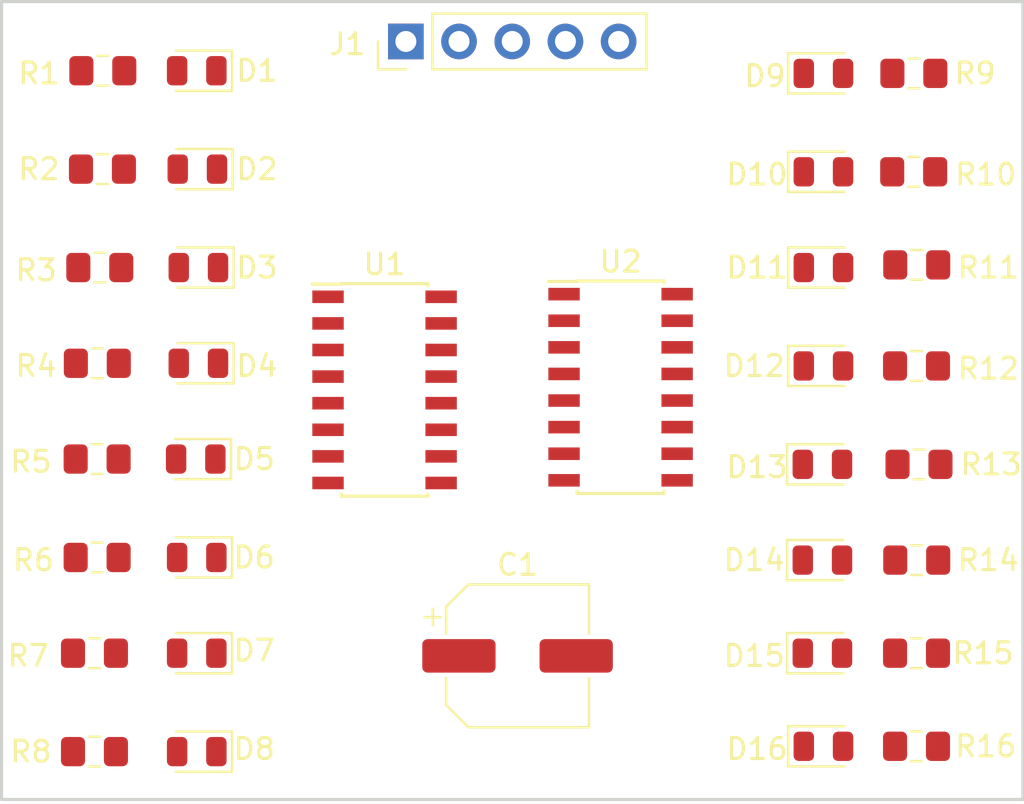
<source format=kicad_pcb>
(kicad_pcb (version 20171130) (host pcbnew 5.0.2-bee76a0~70~ubuntu18.04.1)

  (general
    (thickness 1.6)
    (drawings 5)
    (tracks 0)
    (zones 0)
    (modules 36)
    (nets 42)
  )

  (page A4)
  (title_block
    (title "16 LED Board")
    (date 2019-01-30)
    (rev 1.0)
    (company "Hoosier Environmental")
  )

  (layers
    (0 F.Cu signal)
    (31 B.Cu signal)
    (32 B.Adhes user)
    (33 F.Adhes user)
    (34 B.Paste user)
    (35 F.Paste user)
    (36 B.SilkS user)
    (37 F.SilkS user)
    (38 B.Mask user)
    (39 F.Mask user)
    (40 Dwgs.User user)
    (41 Cmts.User user)
    (42 Eco1.User user)
    (43 Eco2.User user)
    (44 Edge.Cuts user)
    (45 Margin user)
    (46 B.CrtYd user)
    (47 F.CrtYd user)
    (48 B.Fab user)
    (49 F.Fab user)
  )

  (setup
    (last_trace_width 0.25)
    (trace_clearance 0.2)
    (zone_clearance 0.508)
    (zone_45_only no)
    (trace_min 0.2)
    (segment_width 0.2)
    (edge_width 0.15)
    (via_size 0.8)
    (via_drill 0.4)
    (via_min_size 0.4)
    (via_min_drill 0.3)
    (uvia_size 0.3)
    (uvia_drill 0.1)
    (uvias_allowed no)
    (uvia_min_size 0.2)
    (uvia_min_drill 0.1)
    (pcb_text_width 0.3)
    (pcb_text_size 1.5 1.5)
    (mod_edge_width 0.15)
    (mod_text_size 1 1)
    (mod_text_width 0.15)
    (pad_size 1.524 1.524)
    (pad_drill 0.762)
    (pad_to_mask_clearance 0.051)
    (solder_mask_min_width 0.25)
    (aux_axis_origin 0 0)
    (visible_elements FFFFFF7F)
    (pcbplotparams
      (layerselection 0x010fc_ffffffff)
      (usegerberextensions false)
      (usegerberattributes false)
      (usegerberadvancedattributes false)
      (creategerberjobfile false)
      (excludeedgelayer true)
      (linewidth 0.100000)
      (plotframeref false)
      (viasonmask false)
      (mode 1)
      (useauxorigin false)
      (hpglpennumber 1)
      (hpglpenspeed 20)
      (hpglpendiameter 15.000000)
      (psnegative false)
      (psa4output false)
      (plotreference true)
      (plotvalue true)
      (plotinvisibletext false)
      (padsonsilk false)
      (subtractmaskfromsilk false)
      (outputformat 1)
      (mirror false)
      (drillshape 1)
      (scaleselection 1)
      (outputdirectory ""))
  )

  (net 0 "")
  (net 1 VCC)
  (net 2 GND)
  (net 3 "Net-(D1-Pad2)")
  (net 4 /LED_1_1)
  (net 5 /LED_1_2)
  (net 6 "Net-(D2-Pad2)")
  (net 7 "Net-(D3-Pad2)")
  (net 8 /LED_1_3)
  (net 9 /LED_1_4)
  (net 10 "Net-(D4-Pad2)")
  (net 11 "Net-(D5-Pad2)")
  (net 12 /LED_1_5)
  (net 13 /LED_1_6)
  (net 14 "Net-(D6-Pad2)")
  (net 15 "Net-(D7-Pad2)")
  (net 16 /LED_1_7)
  (net 17 /LED_1_8)
  (net 18 "Net-(D8-Pad2)")
  (net 19 "Net-(D9-Pad2)")
  (net 20 /LED_2_1)
  (net 21 /LED_2_2)
  (net 22 "Net-(D10-Pad2)")
  (net 23 "Net-(D11-Pad2)")
  (net 24 /LED_2_3)
  (net 25 /LED_2_4)
  (net 26 "Net-(D12-Pad2)")
  (net 27 "Net-(D13-Pad2)")
  (net 28 /LED_2_5)
  (net 29 /LED_2_6)
  (net 30 "Net-(D14-Pad2)")
  (net 31 /LED_2_7)
  (net 32 "Net-(D15-Pad2)")
  (net 33 "Net-(D16-Pad2)")
  (net 34 /LED_2_8)
  (net 35 /LATCH)
  (net 36 /CLOCK)
  (net 37 /DATA)
  (net 38 "Net-(U1-Pad13)")
  (net 39 /DATA_S)
  (net 40 "Net-(U2-Pad9)")
  (net 41 "Net-(U2-Pad13)")

  (net_class Default "This is the default net class."
    (clearance 0.2)
    (trace_width 0.25)
    (via_dia 0.8)
    (via_drill 0.4)
    (uvia_dia 0.3)
    (uvia_drill 0.1)
    (add_net /CLOCK)
    (add_net /DATA)
    (add_net /DATA_S)
    (add_net /LATCH)
    (add_net /LED_1_1)
    (add_net /LED_1_2)
    (add_net /LED_1_3)
    (add_net /LED_1_4)
    (add_net /LED_1_5)
    (add_net /LED_1_6)
    (add_net /LED_1_7)
    (add_net /LED_1_8)
    (add_net /LED_2_1)
    (add_net /LED_2_2)
    (add_net /LED_2_3)
    (add_net /LED_2_4)
    (add_net /LED_2_5)
    (add_net /LED_2_6)
    (add_net /LED_2_7)
    (add_net /LED_2_8)
    (add_net GND)
    (add_net "Net-(D1-Pad2)")
    (add_net "Net-(D10-Pad2)")
    (add_net "Net-(D11-Pad2)")
    (add_net "Net-(D12-Pad2)")
    (add_net "Net-(D13-Pad2)")
    (add_net "Net-(D14-Pad2)")
    (add_net "Net-(D15-Pad2)")
    (add_net "Net-(D16-Pad2)")
    (add_net "Net-(D2-Pad2)")
    (add_net "Net-(D3-Pad2)")
    (add_net "Net-(D4-Pad2)")
    (add_net "Net-(D5-Pad2)")
    (add_net "Net-(D6-Pad2)")
    (add_net "Net-(D7-Pad2)")
    (add_net "Net-(D8-Pad2)")
    (add_net "Net-(D9-Pad2)")
    (add_net "Net-(U1-Pad13)")
    (add_net "Net-(U2-Pad13)")
    (add_net "Net-(U2-Pad9)")
    (add_net VCC)
  )

  (module Capacitor_SMD:CP_Elec_6.3x5.3 (layer F.Cu) (tedit 5BCA39D0) (tstamp 5C5EE163)
    (at 148.59 110.49)
    (descr "SMD capacitor, aluminum electrolytic, Cornell Dubilier, 6.3x5.3mm")
    (tags "capacitor electrolytic")
    (path /5C522D46)
    (attr smd)
    (fp_text reference C1 (at 0 -4.35) (layer F.SilkS)
      (effects (font (size 1 1) (thickness 0.15)))
    )
    (fp_text value 200uF (at 0 4.35) (layer F.Fab)
      (effects (font (size 1 1) (thickness 0.15)))
    )
    (fp_circle (center 0 0) (end 3.15 0) (layer F.Fab) (width 0.1))
    (fp_line (start 3.3 -3.3) (end 3.3 3.3) (layer F.Fab) (width 0.1))
    (fp_line (start -2.3 -3.3) (end 3.3 -3.3) (layer F.Fab) (width 0.1))
    (fp_line (start -2.3 3.3) (end 3.3 3.3) (layer F.Fab) (width 0.1))
    (fp_line (start -3.3 -2.3) (end -3.3 2.3) (layer F.Fab) (width 0.1))
    (fp_line (start -3.3 -2.3) (end -2.3 -3.3) (layer F.Fab) (width 0.1))
    (fp_line (start -3.3 2.3) (end -2.3 3.3) (layer F.Fab) (width 0.1))
    (fp_line (start -2.704838 -1.33) (end -2.074838 -1.33) (layer F.Fab) (width 0.1))
    (fp_line (start -2.389838 -1.645) (end -2.389838 -1.015) (layer F.Fab) (width 0.1))
    (fp_line (start 3.41 3.41) (end 3.41 1.06) (layer F.SilkS) (width 0.12))
    (fp_line (start 3.41 -3.41) (end 3.41 -1.06) (layer F.SilkS) (width 0.12))
    (fp_line (start -2.345563 -3.41) (end 3.41 -3.41) (layer F.SilkS) (width 0.12))
    (fp_line (start -2.345563 3.41) (end 3.41 3.41) (layer F.SilkS) (width 0.12))
    (fp_line (start -3.41 2.345563) (end -3.41 1.06) (layer F.SilkS) (width 0.12))
    (fp_line (start -3.41 -2.345563) (end -3.41 -1.06) (layer F.SilkS) (width 0.12))
    (fp_line (start -3.41 -2.345563) (end -2.345563 -3.41) (layer F.SilkS) (width 0.12))
    (fp_line (start -3.41 2.345563) (end -2.345563 3.41) (layer F.SilkS) (width 0.12))
    (fp_line (start -4.4375 -1.8475) (end -3.65 -1.8475) (layer F.SilkS) (width 0.12))
    (fp_line (start -4.04375 -2.24125) (end -4.04375 -1.45375) (layer F.SilkS) (width 0.12))
    (fp_line (start 3.55 -3.55) (end 3.55 -1.05) (layer F.CrtYd) (width 0.05))
    (fp_line (start 3.55 -1.05) (end 4.8 -1.05) (layer F.CrtYd) (width 0.05))
    (fp_line (start 4.8 -1.05) (end 4.8 1.05) (layer F.CrtYd) (width 0.05))
    (fp_line (start 4.8 1.05) (end 3.55 1.05) (layer F.CrtYd) (width 0.05))
    (fp_line (start 3.55 1.05) (end 3.55 3.55) (layer F.CrtYd) (width 0.05))
    (fp_line (start -2.4 3.55) (end 3.55 3.55) (layer F.CrtYd) (width 0.05))
    (fp_line (start -2.4 -3.55) (end 3.55 -3.55) (layer F.CrtYd) (width 0.05))
    (fp_line (start -3.55 2.4) (end -2.4 3.55) (layer F.CrtYd) (width 0.05))
    (fp_line (start -3.55 -2.4) (end -2.4 -3.55) (layer F.CrtYd) (width 0.05))
    (fp_line (start -3.55 -2.4) (end -3.55 -1.05) (layer F.CrtYd) (width 0.05))
    (fp_line (start -3.55 1.05) (end -3.55 2.4) (layer F.CrtYd) (width 0.05))
    (fp_line (start -3.55 -1.05) (end -4.8 -1.05) (layer F.CrtYd) (width 0.05))
    (fp_line (start -4.8 -1.05) (end -4.8 1.05) (layer F.CrtYd) (width 0.05))
    (fp_line (start -4.8 1.05) (end -3.55 1.05) (layer F.CrtYd) (width 0.05))
    (fp_text user %R (at 0 0) (layer F.Fab)
      (effects (font (size 1 1) (thickness 0.15)))
    )
    (pad 1 smd roundrect (at -2.8 0) (size 3.5 1.6) (layers F.Cu F.Paste F.Mask) (roundrect_rratio 0.15625)
      (net 1 VCC))
    (pad 2 smd roundrect (at 2.8 0) (size 3.5 1.6) (layers F.Cu F.Paste F.Mask) (roundrect_rratio 0.15625)
      (net 2 GND))
    (model ${KISYS3DMOD}/Capacitor_SMD.3dshapes/CP_Elec_6.3x5.3.wrl
      (at (xyz 0 0 0))
      (scale (xyz 1 1 1))
      (rotate (xyz 0 0 0))
    )
  )

  (module LED_SMD:LED_0805_2012Metric (layer F.Cu) (tedit 5B36C52C) (tstamp 5C5EB2FA)
    (at 133.2715 82.55 180)
    (descr "LED SMD 0805 (2012 Metric), square (rectangular) end terminal, IPC_7351 nominal, (Body size source: https://docs.google.com/spreadsheets/d/1BsfQQcO9C6DZCsRaXUlFlo91Tg2WpOkGARC1WS5S8t0/edit?usp=sharing), generated with kicad-footprint-generator")
    (tags diode)
    (path /5C520CE4)
    (attr smd)
    (fp_text reference D1 (at -2.8725 0 180) (layer F.SilkS)
      (effects (font (size 1 1) (thickness 0.15)))
    )
    (fp_text value LED (at 0 1.65 180) (layer F.Fab)
      (effects (font (size 1 1) (thickness 0.15)))
    )
    (fp_text user %R (at 0 0 180) (layer F.Fab)
      (effects (font (size 0.5 0.5) (thickness 0.08)))
    )
    (fp_line (start 1.68 0.95) (end -1.68 0.95) (layer F.CrtYd) (width 0.05))
    (fp_line (start 1.68 -0.95) (end 1.68 0.95) (layer F.CrtYd) (width 0.05))
    (fp_line (start -1.68 -0.95) (end 1.68 -0.95) (layer F.CrtYd) (width 0.05))
    (fp_line (start -1.68 0.95) (end -1.68 -0.95) (layer F.CrtYd) (width 0.05))
    (fp_line (start -1.685 0.96) (end 1 0.96) (layer F.SilkS) (width 0.12))
    (fp_line (start -1.685 -0.96) (end -1.685 0.96) (layer F.SilkS) (width 0.12))
    (fp_line (start 1 -0.96) (end -1.685 -0.96) (layer F.SilkS) (width 0.12))
    (fp_line (start 1 0.6) (end 1 -0.6) (layer F.Fab) (width 0.1))
    (fp_line (start -1 0.6) (end 1 0.6) (layer F.Fab) (width 0.1))
    (fp_line (start -1 -0.3) (end -1 0.6) (layer F.Fab) (width 0.1))
    (fp_line (start -0.7 -0.6) (end -1 -0.3) (layer F.Fab) (width 0.1))
    (fp_line (start 1 -0.6) (end -0.7 -0.6) (layer F.Fab) (width 0.1))
    (pad 2 smd roundrect (at 0.9375 0 180) (size 0.975 1.4) (layers F.Cu F.Paste F.Mask) (roundrect_rratio 0.25)
      (net 3 "Net-(D1-Pad2)"))
    (pad 1 smd roundrect (at -0.9375 0 180) (size 0.975 1.4) (layers F.Cu F.Paste F.Mask) (roundrect_rratio 0.25)
      (net 4 /LED_1_1))
    (model ${KISYS3DMOD}/LED_SMD.3dshapes/LED_0805_2012Metric.wrl
      (at (xyz 0 0 0))
      (scale (xyz 1 1 1))
      (rotate (xyz 0 0 0))
    )
  )

  (module LED_SMD:LED_0805_2012Metric (layer F.Cu) (tedit 5B36C52C) (tstamp 5C5EB30D)
    (at 133.3015 87.249 180)
    (descr "LED SMD 0805 (2012 Metric), square (rectangular) end terminal, IPC_7351 nominal, (Body size source: https://docs.google.com/spreadsheets/d/1BsfQQcO9C6DZCsRaXUlFlo91Tg2WpOkGARC1WS5S8t0/edit?usp=sharing), generated with kicad-footprint-generator")
    (tags diode)
    (path /5C520EE7)
    (attr smd)
    (fp_text reference D2 (at -2.8425 0 180) (layer F.SilkS)
      (effects (font (size 1 1) (thickness 0.15)))
    )
    (fp_text value LED (at 0 1.65 180) (layer F.Fab)
      (effects (font (size 1 1) (thickness 0.15)))
    )
    (fp_line (start 1 -0.6) (end -0.7 -0.6) (layer F.Fab) (width 0.1))
    (fp_line (start -0.7 -0.6) (end -1 -0.3) (layer F.Fab) (width 0.1))
    (fp_line (start -1 -0.3) (end -1 0.6) (layer F.Fab) (width 0.1))
    (fp_line (start -1 0.6) (end 1 0.6) (layer F.Fab) (width 0.1))
    (fp_line (start 1 0.6) (end 1 -0.6) (layer F.Fab) (width 0.1))
    (fp_line (start 1 -0.96) (end -1.685 -0.96) (layer F.SilkS) (width 0.12))
    (fp_line (start -1.685 -0.96) (end -1.685 0.96) (layer F.SilkS) (width 0.12))
    (fp_line (start -1.685 0.96) (end 1 0.96) (layer F.SilkS) (width 0.12))
    (fp_line (start -1.68 0.95) (end -1.68 -0.95) (layer F.CrtYd) (width 0.05))
    (fp_line (start -1.68 -0.95) (end 1.68 -0.95) (layer F.CrtYd) (width 0.05))
    (fp_line (start 1.68 -0.95) (end 1.68 0.95) (layer F.CrtYd) (width 0.05))
    (fp_line (start 1.68 0.95) (end -1.68 0.95) (layer F.CrtYd) (width 0.05))
    (fp_text user %R (at 0 0 180) (layer F.Fab)
      (effects (font (size 0.5 0.5) (thickness 0.08)))
    )
    (pad 1 smd roundrect (at -0.9375 0 180) (size 0.975 1.4) (layers F.Cu F.Paste F.Mask) (roundrect_rratio 0.25)
      (net 5 /LED_1_2))
    (pad 2 smd roundrect (at 0.9375 0 180) (size 0.975 1.4) (layers F.Cu F.Paste F.Mask) (roundrect_rratio 0.25)
      (net 6 "Net-(D2-Pad2)"))
    (model ${KISYS3DMOD}/LED_SMD.3dshapes/LED_0805_2012Metric.wrl
      (at (xyz 0 0 0))
      (scale (xyz 1 1 1))
      (rotate (xyz 0 0 0))
    )
  )

  (module LED_SMD:LED_0805_2012Metric (layer F.Cu) (tedit 5B36C52C) (tstamp 5C5EB320)
    (at 133.35 91.948 180)
    (descr "LED SMD 0805 (2012 Metric), square (rectangular) end terminal, IPC_7351 nominal, (Body size source: https://docs.google.com/spreadsheets/d/1BsfQQcO9C6DZCsRaXUlFlo91Tg2WpOkGARC1WS5S8t0/edit?usp=sharing), generated with kicad-footprint-generator")
    (tags diode)
    (path /5C520F0F)
    (attr smd)
    (fp_text reference D3 (at -2.794 0 180) (layer F.SilkS)
      (effects (font (size 1 1) (thickness 0.15)))
    )
    (fp_text value LED (at 0 1.65 180) (layer F.Fab)
      (effects (font (size 1 1) (thickness 0.15)))
    )
    (fp_text user %R (at 0 0 180) (layer F.Fab)
      (effects (font (size 0.5 0.5) (thickness 0.08)))
    )
    (fp_line (start 1.68 0.95) (end -1.68 0.95) (layer F.CrtYd) (width 0.05))
    (fp_line (start 1.68 -0.95) (end 1.68 0.95) (layer F.CrtYd) (width 0.05))
    (fp_line (start -1.68 -0.95) (end 1.68 -0.95) (layer F.CrtYd) (width 0.05))
    (fp_line (start -1.68 0.95) (end -1.68 -0.95) (layer F.CrtYd) (width 0.05))
    (fp_line (start -1.685 0.96) (end 1 0.96) (layer F.SilkS) (width 0.12))
    (fp_line (start -1.685 -0.96) (end -1.685 0.96) (layer F.SilkS) (width 0.12))
    (fp_line (start 1 -0.96) (end -1.685 -0.96) (layer F.SilkS) (width 0.12))
    (fp_line (start 1 0.6) (end 1 -0.6) (layer F.Fab) (width 0.1))
    (fp_line (start -1 0.6) (end 1 0.6) (layer F.Fab) (width 0.1))
    (fp_line (start -1 -0.3) (end -1 0.6) (layer F.Fab) (width 0.1))
    (fp_line (start -0.7 -0.6) (end -1 -0.3) (layer F.Fab) (width 0.1))
    (fp_line (start 1 -0.6) (end -0.7 -0.6) (layer F.Fab) (width 0.1))
    (pad 2 smd roundrect (at 0.9375 0 180) (size 0.975 1.4) (layers F.Cu F.Paste F.Mask) (roundrect_rratio 0.25)
      (net 7 "Net-(D3-Pad2)"))
    (pad 1 smd roundrect (at -0.9375 0 180) (size 0.975 1.4) (layers F.Cu F.Paste F.Mask) (roundrect_rratio 0.25)
      (net 8 /LED_1_3))
    (model ${KISYS3DMOD}/LED_SMD.3dshapes/LED_0805_2012Metric.wrl
      (at (xyz 0 0 0))
      (scale (xyz 1 1 1))
      (rotate (xyz 0 0 0))
    )
  )

  (module LED_SMD:LED_0805_2012Metric (layer F.Cu) (tedit 5B36C52C) (tstamp 5C5EB333)
    (at 133.35 96.52 180)
    (descr "LED SMD 0805 (2012 Metric), square (rectangular) end terminal, IPC_7351 nominal, (Body size source: https://docs.google.com/spreadsheets/d/1BsfQQcO9C6DZCsRaXUlFlo91Tg2WpOkGARC1WS5S8t0/edit?usp=sharing), generated with kicad-footprint-generator")
    (tags diode)
    (path /5C520F39)
    (attr smd)
    (fp_text reference D4 (at -2.794 -0.127 180) (layer F.SilkS)
      (effects (font (size 1 1) (thickness 0.15)))
    )
    (fp_text value LED (at 0 1.65 180) (layer F.Fab)
      (effects (font (size 1 1) (thickness 0.15)))
    )
    (fp_line (start 1 -0.6) (end -0.7 -0.6) (layer F.Fab) (width 0.1))
    (fp_line (start -0.7 -0.6) (end -1 -0.3) (layer F.Fab) (width 0.1))
    (fp_line (start -1 -0.3) (end -1 0.6) (layer F.Fab) (width 0.1))
    (fp_line (start -1 0.6) (end 1 0.6) (layer F.Fab) (width 0.1))
    (fp_line (start 1 0.6) (end 1 -0.6) (layer F.Fab) (width 0.1))
    (fp_line (start 1 -0.96) (end -1.685 -0.96) (layer F.SilkS) (width 0.12))
    (fp_line (start -1.685 -0.96) (end -1.685 0.96) (layer F.SilkS) (width 0.12))
    (fp_line (start -1.685 0.96) (end 1 0.96) (layer F.SilkS) (width 0.12))
    (fp_line (start -1.68 0.95) (end -1.68 -0.95) (layer F.CrtYd) (width 0.05))
    (fp_line (start -1.68 -0.95) (end 1.68 -0.95) (layer F.CrtYd) (width 0.05))
    (fp_line (start 1.68 -0.95) (end 1.68 0.95) (layer F.CrtYd) (width 0.05))
    (fp_line (start 1.68 0.95) (end -1.68 0.95) (layer F.CrtYd) (width 0.05))
    (fp_text user %R (at 0 0 180) (layer F.Fab)
      (effects (font (size 0.5 0.5) (thickness 0.08)))
    )
    (pad 1 smd roundrect (at -0.9375 0 180) (size 0.975 1.4) (layers F.Cu F.Paste F.Mask) (roundrect_rratio 0.25)
      (net 9 /LED_1_4))
    (pad 2 smd roundrect (at 0.9375 0 180) (size 0.975 1.4) (layers F.Cu F.Paste F.Mask) (roundrect_rratio 0.25)
      (net 10 "Net-(D4-Pad2)"))
    (model ${KISYS3DMOD}/LED_SMD.3dshapes/LED_0805_2012Metric.wrl
      (at (xyz 0 0 0))
      (scale (xyz 1 1 1))
      (rotate (xyz 0 0 0))
    )
  )

  (module LED_SMD:LED_0805_2012Metric (layer F.Cu) (tedit 5B36C52C) (tstamp 5C5EB346)
    (at 133.223 101.092 180)
    (descr "LED SMD 0805 (2012 Metric), square (rectangular) end terminal, IPC_7351 nominal, (Body size source: https://docs.google.com/spreadsheets/d/1BsfQQcO9C6DZCsRaXUlFlo91Tg2WpOkGARC1WS5S8t0/edit?usp=sharing), generated with kicad-footprint-generator")
    (tags diode)
    (path /5C520F61)
    (attr smd)
    (fp_text reference D5 (at -2.794 0 180) (layer F.SilkS)
      (effects (font (size 1 1) (thickness 0.15)))
    )
    (fp_text value LED (at 0 1.65 180) (layer F.Fab)
      (effects (font (size 1 1) (thickness 0.15)))
    )
    (fp_text user %R (at 0 0 180) (layer F.Fab)
      (effects (font (size 0.5 0.5) (thickness 0.08)))
    )
    (fp_line (start 1.68 0.95) (end -1.68 0.95) (layer F.CrtYd) (width 0.05))
    (fp_line (start 1.68 -0.95) (end 1.68 0.95) (layer F.CrtYd) (width 0.05))
    (fp_line (start -1.68 -0.95) (end 1.68 -0.95) (layer F.CrtYd) (width 0.05))
    (fp_line (start -1.68 0.95) (end -1.68 -0.95) (layer F.CrtYd) (width 0.05))
    (fp_line (start -1.685 0.96) (end 1 0.96) (layer F.SilkS) (width 0.12))
    (fp_line (start -1.685 -0.96) (end -1.685 0.96) (layer F.SilkS) (width 0.12))
    (fp_line (start 1 -0.96) (end -1.685 -0.96) (layer F.SilkS) (width 0.12))
    (fp_line (start 1 0.6) (end 1 -0.6) (layer F.Fab) (width 0.1))
    (fp_line (start -1 0.6) (end 1 0.6) (layer F.Fab) (width 0.1))
    (fp_line (start -1 -0.3) (end -1 0.6) (layer F.Fab) (width 0.1))
    (fp_line (start -0.7 -0.6) (end -1 -0.3) (layer F.Fab) (width 0.1))
    (fp_line (start 1 -0.6) (end -0.7 -0.6) (layer F.Fab) (width 0.1))
    (pad 2 smd roundrect (at 0.9375 0 180) (size 0.975 1.4) (layers F.Cu F.Paste F.Mask) (roundrect_rratio 0.25)
      (net 11 "Net-(D5-Pad2)"))
    (pad 1 smd roundrect (at -0.9375 0 180) (size 0.975 1.4) (layers F.Cu F.Paste F.Mask) (roundrect_rratio 0.25)
      (net 12 /LED_1_5))
    (model ${KISYS3DMOD}/LED_SMD.3dshapes/LED_0805_2012Metric.wrl
      (at (xyz 0 0 0))
      (scale (xyz 1 1 1))
      (rotate (xyz 0 0 0))
    )
  )

  (module LED_SMD:LED_0805_2012Metric (layer F.Cu) (tedit 5B36C52C) (tstamp 5C5EB359)
    (at 133.2715 105.791 180)
    (descr "LED SMD 0805 (2012 Metric), square (rectangular) end terminal, IPC_7351 nominal, (Body size source: https://docs.google.com/spreadsheets/d/1BsfQQcO9C6DZCsRaXUlFlo91Tg2WpOkGARC1WS5S8t0/edit?usp=sharing), generated with kicad-footprint-generator")
    (tags diode)
    (path /5C520FFB)
    (attr smd)
    (fp_text reference D6 (at -2.7455 0 180) (layer F.SilkS)
      (effects (font (size 1 1) (thickness 0.15)))
    )
    (fp_text value LED (at 0 1.65 180) (layer F.Fab)
      (effects (font (size 1 1) (thickness 0.15)))
    )
    (fp_line (start 1 -0.6) (end -0.7 -0.6) (layer F.Fab) (width 0.1))
    (fp_line (start -0.7 -0.6) (end -1 -0.3) (layer F.Fab) (width 0.1))
    (fp_line (start -1 -0.3) (end -1 0.6) (layer F.Fab) (width 0.1))
    (fp_line (start -1 0.6) (end 1 0.6) (layer F.Fab) (width 0.1))
    (fp_line (start 1 0.6) (end 1 -0.6) (layer F.Fab) (width 0.1))
    (fp_line (start 1 -0.96) (end -1.685 -0.96) (layer F.SilkS) (width 0.12))
    (fp_line (start -1.685 -0.96) (end -1.685 0.96) (layer F.SilkS) (width 0.12))
    (fp_line (start -1.685 0.96) (end 1 0.96) (layer F.SilkS) (width 0.12))
    (fp_line (start -1.68 0.95) (end -1.68 -0.95) (layer F.CrtYd) (width 0.05))
    (fp_line (start -1.68 -0.95) (end 1.68 -0.95) (layer F.CrtYd) (width 0.05))
    (fp_line (start 1.68 -0.95) (end 1.68 0.95) (layer F.CrtYd) (width 0.05))
    (fp_line (start 1.68 0.95) (end -1.68 0.95) (layer F.CrtYd) (width 0.05))
    (fp_text user %R (at 0 0 180) (layer F.Fab)
      (effects (font (size 0.5 0.5) (thickness 0.08)))
    )
    (pad 1 smd roundrect (at -0.9375 0 180) (size 0.975 1.4) (layers F.Cu F.Paste F.Mask) (roundrect_rratio 0.25)
      (net 13 /LED_1_6))
    (pad 2 smd roundrect (at 0.9375 0 180) (size 0.975 1.4) (layers F.Cu F.Paste F.Mask) (roundrect_rratio 0.25)
      (net 14 "Net-(D6-Pad2)"))
    (model ${KISYS3DMOD}/LED_SMD.3dshapes/LED_0805_2012Metric.wrl
      (at (xyz 0 0 0))
      (scale (xyz 1 1 1))
      (rotate (xyz 0 0 0))
    )
  )

  (module LED_SMD:LED_0805_2012Metric (layer F.Cu) (tedit 5B36C52C) (tstamp 5C5EC414)
    (at 133.2715 110.363 180)
    (descr "LED SMD 0805 (2012 Metric), square (rectangular) end terminal, IPC_7351 nominal, (Body size source: https://docs.google.com/spreadsheets/d/1BsfQQcO9C6DZCsRaXUlFlo91Tg2WpOkGARC1WS5S8t0/edit?usp=sharing), generated with kicad-footprint-generator")
    (tags diode)
    (path /5C521045)
    (attr smd)
    (fp_text reference D7 (at -2.7455 0.127 180) (layer F.SilkS)
      (effects (font (size 1 1) (thickness 0.15)))
    )
    (fp_text value LED (at 0 1.65 180) (layer F.Fab)
      (effects (font (size 1 1) (thickness 0.15)))
    )
    (fp_text user %R (at 0 0 180) (layer F.Fab)
      (effects (font (size 0.5 0.5) (thickness 0.08)))
    )
    (fp_line (start 1.68 0.95) (end -1.68 0.95) (layer F.CrtYd) (width 0.05))
    (fp_line (start 1.68 -0.95) (end 1.68 0.95) (layer F.CrtYd) (width 0.05))
    (fp_line (start -1.68 -0.95) (end 1.68 -0.95) (layer F.CrtYd) (width 0.05))
    (fp_line (start -1.68 0.95) (end -1.68 -0.95) (layer F.CrtYd) (width 0.05))
    (fp_line (start -1.685 0.96) (end 1 0.96) (layer F.SilkS) (width 0.12))
    (fp_line (start -1.685 -0.96) (end -1.685 0.96) (layer F.SilkS) (width 0.12))
    (fp_line (start 1 -0.96) (end -1.685 -0.96) (layer F.SilkS) (width 0.12))
    (fp_line (start 1 0.6) (end 1 -0.6) (layer F.Fab) (width 0.1))
    (fp_line (start -1 0.6) (end 1 0.6) (layer F.Fab) (width 0.1))
    (fp_line (start -1 -0.3) (end -1 0.6) (layer F.Fab) (width 0.1))
    (fp_line (start -0.7 -0.6) (end -1 -0.3) (layer F.Fab) (width 0.1))
    (fp_line (start 1 -0.6) (end -0.7 -0.6) (layer F.Fab) (width 0.1))
    (pad 2 smd roundrect (at 0.9375 0 180) (size 0.975 1.4) (layers F.Cu F.Paste F.Mask) (roundrect_rratio 0.25)
      (net 15 "Net-(D7-Pad2)"))
    (pad 1 smd roundrect (at -0.9375 0 180) (size 0.975 1.4) (layers F.Cu F.Paste F.Mask) (roundrect_rratio 0.25)
      (net 16 /LED_1_7))
    (model ${KISYS3DMOD}/LED_SMD.3dshapes/LED_0805_2012Metric.wrl
      (at (xyz 0 0 0))
      (scale (xyz 1 1 1))
      (rotate (xyz 0 0 0))
    )
  )

  (module LED_SMD:LED_0805_2012Metric (layer F.Cu) (tedit 5B36C52C) (tstamp 5C5EB37F)
    (at 133.2715 115.062 180)
    (descr "LED SMD 0805 (2012 Metric), square (rectangular) end terminal, IPC_7351 nominal, (Body size source: https://docs.google.com/spreadsheets/d/1BsfQQcO9C6DZCsRaXUlFlo91Tg2WpOkGARC1WS5S8t0/edit?usp=sharing), generated with kicad-footprint-generator")
    (tags diode)
    (path /5C521087)
    (attr smd)
    (fp_text reference D8 (at -2.7455 0.127 180) (layer F.SilkS)
      (effects (font (size 1 1) (thickness 0.15)))
    )
    (fp_text value LED (at 0 1.65 180) (layer F.Fab)
      (effects (font (size 1 1) (thickness 0.15)))
    )
    (fp_line (start 1 -0.6) (end -0.7 -0.6) (layer F.Fab) (width 0.1))
    (fp_line (start -0.7 -0.6) (end -1 -0.3) (layer F.Fab) (width 0.1))
    (fp_line (start -1 -0.3) (end -1 0.6) (layer F.Fab) (width 0.1))
    (fp_line (start -1 0.6) (end 1 0.6) (layer F.Fab) (width 0.1))
    (fp_line (start 1 0.6) (end 1 -0.6) (layer F.Fab) (width 0.1))
    (fp_line (start 1 -0.96) (end -1.685 -0.96) (layer F.SilkS) (width 0.12))
    (fp_line (start -1.685 -0.96) (end -1.685 0.96) (layer F.SilkS) (width 0.12))
    (fp_line (start -1.685 0.96) (end 1 0.96) (layer F.SilkS) (width 0.12))
    (fp_line (start -1.68 0.95) (end -1.68 -0.95) (layer F.CrtYd) (width 0.05))
    (fp_line (start -1.68 -0.95) (end 1.68 -0.95) (layer F.CrtYd) (width 0.05))
    (fp_line (start 1.68 -0.95) (end 1.68 0.95) (layer F.CrtYd) (width 0.05))
    (fp_line (start 1.68 0.95) (end -1.68 0.95) (layer F.CrtYd) (width 0.05))
    (fp_text user %R (at 0 0 180) (layer F.Fab)
      (effects (font (size 0.5 0.5) (thickness 0.08)))
    )
    (pad 1 smd roundrect (at -0.9375 0 180) (size 0.975 1.4) (layers F.Cu F.Paste F.Mask) (roundrect_rratio 0.25)
      (net 17 /LED_1_8))
    (pad 2 smd roundrect (at 0.9375 0 180) (size 0.975 1.4) (layers F.Cu F.Paste F.Mask) (roundrect_rratio 0.25)
      (net 18 "Net-(D8-Pad2)"))
    (model ${KISYS3DMOD}/LED_SMD.3dshapes/LED_0805_2012Metric.wrl
      (at (xyz 0 0 0))
      (scale (xyz 1 1 1))
      (rotate (xyz 0 0 0))
    )
  )

  (module LED_SMD:LED_0805_2012Metric (layer F.Cu) (tedit 5B36C52C) (tstamp 5C5EDB1A)
    (at 163.195 82.677)
    (descr "LED SMD 0805 (2012 Metric), square (rectangular) end terminal, IPC_7351 nominal, (Body size source: https://docs.google.com/spreadsheets/d/1BsfQQcO9C6DZCsRaXUlFlo91Tg2WpOkGARC1WS5S8t0/edit?usp=sharing), generated with kicad-footprint-generator")
    (tags diode)
    (path /5C5210C7)
    (attr smd)
    (fp_text reference D9 (at -2.794 0.127) (layer F.SilkS)
      (effects (font (size 1 1) (thickness 0.15)))
    )
    (fp_text value LED (at 0 1.65) (layer F.Fab)
      (effects (font (size 1 1) (thickness 0.15)))
    )
    (fp_text user %R (at 0 0) (layer F.Fab)
      (effects (font (size 0.5 0.5) (thickness 0.08)))
    )
    (fp_line (start 1.68 0.95) (end -1.68 0.95) (layer F.CrtYd) (width 0.05))
    (fp_line (start 1.68 -0.95) (end 1.68 0.95) (layer F.CrtYd) (width 0.05))
    (fp_line (start -1.68 -0.95) (end 1.68 -0.95) (layer F.CrtYd) (width 0.05))
    (fp_line (start -1.68 0.95) (end -1.68 -0.95) (layer F.CrtYd) (width 0.05))
    (fp_line (start -1.685 0.96) (end 1 0.96) (layer F.SilkS) (width 0.12))
    (fp_line (start -1.685 -0.96) (end -1.685 0.96) (layer F.SilkS) (width 0.12))
    (fp_line (start 1 -0.96) (end -1.685 -0.96) (layer F.SilkS) (width 0.12))
    (fp_line (start 1 0.6) (end 1 -0.6) (layer F.Fab) (width 0.1))
    (fp_line (start -1 0.6) (end 1 0.6) (layer F.Fab) (width 0.1))
    (fp_line (start -1 -0.3) (end -1 0.6) (layer F.Fab) (width 0.1))
    (fp_line (start -0.7 -0.6) (end -1 -0.3) (layer F.Fab) (width 0.1))
    (fp_line (start 1 -0.6) (end -0.7 -0.6) (layer F.Fab) (width 0.1))
    (pad 2 smd roundrect (at 0.9375 0) (size 0.975 1.4) (layers F.Cu F.Paste F.Mask) (roundrect_rratio 0.25)
      (net 19 "Net-(D9-Pad2)"))
    (pad 1 smd roundrect (at -0.9375 0) (size 0.975 1.4) (layers F.Cu F.Paste F.Mask) (roundrect_rratio 0.25)
      (net 20 /LED_2_1))
    (model ${KISYS3DMOD}/LED_SMD.3dshapes/LED_0805_2012Metric.wrl
      (at (xyz 0 0 0))
      (scale (xyz 1 1 1))
      (rotate (xyz 0 0 0))
    )
  )

  (module LED_SMD:LED_0805_2012Metric (layer F.Cu) (tedit 5B36C52C) (tstamp 5C5EE25B)
    (at 163.195 87.376)
    (descr "LED SMD 0805 (2012 Metric), square (rectangular) end terminal, IPC_7351 nominal, (Body size source: https://docs.google.com/spreadsheets/d/1BsfQQcO9C6DZCsRaXUlFlo91Tg2WpOkGARC1WS5S8t0/edit?usp=sharing), generated with kicad-footprint-generator")
    (tags diode)
    (path /5C5211A7)
    (attr smd)
    (fp_text reference D10 (at -3.175 0.127) (layer F.SilkS)
      (effects (font (size 1 1) (thickness 0.15)))
    )
    (fp_text value LED (at 0 1.65) (layer F.Fab)
      (effects (font (size 1 1) (thickness 0.15)))
    )
    (fp_line (start 1 -0.6) (end -0.7 -0.6) (layer F.Fab) (width 0.1))
    (fp_line (start -0.7 -0.6) (end -1 -0.3) (layer F.Fab) (width 0.1))
    (fp_line (start -1 -0.3) (end -1 0.6) (layer F.Fab) (width 0.1))
    (fp_line (start -1 0.6) (end 1 0.6) (layer F.Fab) (width 0.1))
    (fp_line (start 1 0.6) (end 1 -0.6) (layer F.Fab) (width 0.1))
    (fp_line (start 1 -0.96) (end -1.685 -0.96) (layer F.SilkS) (width 0.12))
    (fp_line (start -1.685 -0.96) (end -1.685 0.96) (layer F.SilkS) (width 0.12))
    (fp_line (start -1.685 0.96) (end 1 0.96) (layer F.SilkS) (width 0.12))
    (fp_line (start -1.68 0.95) (end -1.68 -0.95) (layer F.CrtYd) (width 0.05))
    (fp_line (start -1.68 -0.95) (end 1.68 -0.95) (layer F.CrtYd) (width 0.05))
    (fp_line (start 1.68 -0.95) (end 1.68 0.95) (layer F.CrtYd) (width 0.05))
    (fp_line (start 1.68 0.95) (end -1.68 0.95) (layer F.CrtYd) (width 0.05))
    (fp_text user %R (at 0 0) (layer F.Fab)
      (effects (font (size 0.5 0.5) (thickness 0.08)))
    )
    (pad 1 smd roundrect (at -0.9375 0) (size 0.975 1.4) (layers F.Cu F.Paste F.Mask) (roundrect_rratio 0.25)
      (net 21 /LED_2_2))
    (pad 2 smd roundrect (at 0.9375 0) (size 0.975 1.4) (layers F.Cu F.Paste F.Mask) (roundrect_rratio 0.25)
      (net 22 "Net-(D10-Pad2)"))
    (model ${KISYS3DMOD}/LED_SMD.3dshapes/LED_0805_2012Metric.wrl
      (at (xyz 0 0 0))
      (scale (xyz 1 1 1))
      (rotate (xyz 0 0 0))
    )
  )

  (module LED_SMD:LED_0805_2012Metric (layer F.Cu) (tedit 5B36C52C) (tstamp 5C5EDCEE)
    (at 163.195 91.948)
    (descr "LED SMD 0805 (2012 Metric), square (rectangular) end terminal, IPC_7351 nominal, (Body size source: https://docs.google.com/spreadsheets/d/1BsfQQcO9C6DZCsRaXUlFlo91Tg2WpOkGARC1WS5S8t0/edit?usp=sharing), generated with kicad-footprint-generator")
    (tags diode)
    (path /5C5211E3)
    (attr smd)
    (fp_text reference D11 (at -3.175 0) (layer F.SilkS)
      (effects (font (size 1 1) (thickness 0.15)))
    )
    (fp_text value LED (at 0 1.65) (layer F.Fab)
      (effects (font (size 1 1) (thickness 0.15)))
    )
    (fp_text user %R (at 0 0) (layer F.Fab)
      (effects (font (size 0.5 0.5) (thickness 0.08)))
    )
    (fp_line (start 1.68 0.95) (end -1.68 0.95) (layer F.CrtYd) (width 0.05))
    (fp_line (start 1.68 -0.95) (end 1.68 0.95) (layer F.CrtYd) (width 0.05))
    (fp_line (start -1.68 -0.95) (end 1.68 -0.95) (layer F.CrtYd) (width 0.05))
    (fp_line (start -1.68 0.95) (end -1.68 -0.95) (layer F.CrtYd) (width 0.05))
    (fp_line (start -1.685 0.96) (end 1 0.96) (layer F.SilkS) (width 0.12))
    (fp_line (start -1.685 -0.96) (end -1.685 0.96) (layer F.SilkS) (width 0.12))
    (fp_line (start 1 -0.96) (end -1.685 -0.96) (layer F.SilkS) (width 0.12))
    (fp_line (start 1 0.6) (end 1 -0.6) (layer F.Fab) (width 0.1))
    (fp_line (start -1 0.6) (end 1 0.6) (layer F.Fab) (width 0.1))
    (fp_line (start -1 -0.3) (end -1 0.6) (layer F.Fab) (width 0.1))
    (fp_line (start -0.7 -0.6) (end -1 -0.3) (layer F.Fab) (width 0.1))
    (fp_line (start 1 -0.6) (end -0.7 -0.6) (layer F.Fab) (width 0.1))
    (pad 2 smd roundrect (at 0.9375 0) (size 0.975 1.4) (layers F.Cu F.Paste F.Mask) (roundrect_rratio 0.25)
      (net 23 "Net-(D11-Pad2)"))
    (pad 1 smd roundrect (at -0.9375 0) (size 0.975 1.4) (layers F.Cu F.Paste F.Mask) (roundrect_rratio 0.25)
      (net 24 /LED_2_3))
    (model ${KISYS3DMOD}/LED_SMD.3dshapes/LED_0805_2012Metric.wrl
      (at (xyz 0 0 0))
      (scale (xyz 1 1 1))
      (rotate (xyz 0 0 0))
    )
  )

  (module LED_SMD:LED_0805_2012Metric (layer F.Cu) (tedit 5B36C52C) (tstamp 5C5EDB80)
    (at 163.195 96.647)
    (descr "LED SMD 0805 (2012 Metric), square (rectangular) end terminal, IPC_7351 nominal, (Body size source: https://docs.google.com/spreadsheets/d/1BsfQQcO9C6DZCsRaXUlFlo91Tg2WpOkGARC1WS5S8t0/edit?usp=sharing), generated with kicad-footprint-generator")
    (tags diode)
    (path /5C521221)
    (attr smd)
    (fp_text reference D12 (at -3.302 0) (layer F.SilkS)
      (effects (font (size 1 1) (thickness 0.15)))
    )
    (fp_text value LED (at 0 1.65) (layer F.Fab)
      (effects (font (size 1 1) (thickness 0.15)))
    )
    (fp_line (start 1 -0.6) (end -0.7 -0.6) (layer F.Fab) (width 0.1))
    (fp_line (start -0.7 -0.6) (end -1 -0.3) (layer F.Fab) (width 0.1))
    (fp_line (start -1 -0.3) (end -1 0.6) (layer F.Fab) (width 0.1))
    (fp_line (start -1 0.6) (end 1 0.6) (layer F.Fab) (width 0.1))
    (fp_line (start 1 0.6) (end 1 -0.6) (layer F.Fab) (width 0.1))
    (fp_line (start 1 -0.96) (end -1.685 -0.96) (layer F.SilkS) (width 0.12))
    (fp_line (start -1.685 -0.96) (end -1.685 0.96) (layer F.SilkS) (width 0.12))
    (fp_line (start -1.685 0.96) (end 1 0.96) (layer F.SilkS) (width 0.12))
    (fp_line (start -1.68 0.95) (end -1.68 -0.95) (layer F.CrtYd) (width 0.05))
    (fp_line (start -1.68 -0.95) (end 1.68 -0.95) (layer F.CrtYd) (width 0.05))
    (fp_line (start 1.68 -0.95) (end 1.68 0.95) (layer F.CrtYd) (width 0.05))
    (fp_line (start 1.68 0.95) (end -1.68 0.95) (layer F.CrtYd) (width 0.05))
    (fp_text user %R (at 0 0) (layer F.Fab)
      (effects (font (size 0.5 0.5) (thickness 0.08)))
    )
    (pad 1 smd roundrect (at -0.9375 0) (size 0.975 1.4) (layers F.Cu F.Paste F.Mask) (roundrect_rratio 0.25)
      (net 25 /LED_2_4))
    (pad 2 smd roundrect (at 0.9375 0) (size 0.975 1.4) (layers F.Cu F.Paste F.Mask) (roundrect_rratio 0.25)
      (net 26 "Net-(D12-Pad2)"))
    (model ${KISYS3DMOD}/LED_SMD.3dshapes/LED_0805_2012Metric.wrl
      (at (xyz 0 0 0))
      (scale (xyz 1 1 1))
      (rotate (xyz 0 0 0))
    )
  )

  (module LED_SMD:LED_0805_2012Metric (layer F.Cu) (tedit 5B36C52C) (tstamp 5C5EDBE6)
    (at 163.1465 101.346)
    (descr "LED SMD 0805 (2012 Metric), square (rectangular) end terminal, IPC_7351 nominal, (Body size source: https://docs.google.com/spreadsheets/d/1BsfQQcO9C6DZCsRaXUlFlo91Tg2WpOkGARC1WS5S8t0/edit?usp=sharing), generated with kicad-footprint-generator")
    (tags diode)
    (path /5C521259)
    (attr smd)
    (fp_text reference D13 (at -3.1265 0.127) (layer F.SilkS)
      (effects (font (size 1 1) (thickness 0.15)))
    )
    (fp_text value LED (at 0 1.65) (layer F.Fab)
      (effects (font (size 1 1) (thickness 0.15)))
    )
    (fp_text user %R (at 0 0) (layer F.Fab)
      (effects (font (size 0.5 0.5) (thickness 0.08)))
    )
    (fp_line (start 1.68 0.95) (end -1.68 0.95) (layer F.CrtYd) (width 0.05))
    (fp_line (start 1.68 -0.95) (end 1.68 0.95) (layer F.CrtYd) (width 0.05))
    (fp_line (start -1.68 -0.95) (end 1.68 -0.95) (layer F.CrtYd) (width 0.05))
    (fp_line (start -1.68 0.95) (end -1.68 -0.95) (layer F.CrtYd) (width 0.05))
    (fp_line (start -1.685 0.96) (end 1 0.96) (layer F.SilkS) (width 0.12))
    (fp_line (start -1.685 -0.96) (end -1.685 0.96) (layer F.SilkS) (width 0.12))
    (fp_line (start 1 -0.96) (end -1.685 -0.96) (layer F.SilkS) (width 0.12))
    (fp_line (start 1 0.6) (end 1 -0.6) (layer F.Fab) (width 0.1))
    (fp_line (start -1 0.6) (end 1 0.6) (layer F.Fab) (width 0.1))
    (fp_line (start -1 -0.3) (end -1 0.6) (layer F.Fab) (width 0.1))
    (fp_line (start -0.7 -0.6) (end -1 -0.3) (layer F.Fab) (width 0.1))
    (fp_line (start 1 -0.6) (end -0.7 -0.6) (layer F.Fab) (width 0.1))
    (pad 2 smd roundrect (at 0.9375 0) (size 0.975 1.4) (layers F.Cu F.Paste F.Mask) (roundrect_rratio 0.25)
      (net 27 "Net-(D13-Pad2)"))
    (pad 1 smd roundrect (at -0.9375 0) (size 0.975 1.4) (layers F.Cu F.Paste F.Mask) (roundrect_rratio 0.25)
      (net 28 /LED_2_5))
    (model ${KISYS3DMOD}/LED_SMD.3dshapes/LED_0805_2012Metric.wrl
      (at (xyz 0 0 0))
      (scale (xyz 1 1 1))
      (rotate (xyz 0 0 0))
    )
  )

  (module LED_SMD:LED_0805_2012Metric (layer F.Cu) (tedit 5B36C52C) (tstamp 5C5EDE14)
    (at 163.1465 105.918)
    (descr "LED SMD 0805 (2012 Metric), square (rectangular) end terminal, IPC_7351 nominal, (Body size source: https://docs.google.com/spreadsheets/d/1BsfQQcO9C6DZCsRaXUlFlo91Tg2WpOkGARC1WS5S8t0/edit?usp=sharing), generated with kicad-footprint-generator")
    (tags diode)
    (path /5C521295)
    (attr smd)
    (fp_text reference D14 (at -3.2535 0) (layer F.SilkS)
      (effects (font (size 1 1) (thickness 0.15)))
    )
    (fp_text value LED (at 0 1.65) (layer F.Fab)
      (effects (font (size 1 1) (thickness 0.15)))
    )
    (fp_line (start 1 -0.6) (end -0.7 -0.6) (layer F.Fab) (width 0.1))
    (fp_line (start -0.7 -0.6) (end -1 -0.3) (layer F.Fab) (width 0.1))
    (fp_line (start -1 -0.3) (end -1 0.6) (layer F.Fab) (width 0.1))
    (fp_line (start -1 0.6) (end 1 0.6) (layer F.Fab) (width 0.1))
    (fp_line (start 1 0.6) (end 1 -0.6) (layer F.Fab) (width 0.1))
    (fp_line (start 1 -0.96) (end -1.685 -0.96) (layer F.SilkS) (width 0.12))
    (fp_line (start -1.685 -0.96) (end -1.685 0.96) (layer F.SilkS) (width 0.12))
    (fp_line (start -1.685 0.96) (end 1 0.96) (layer F.SilkS) (width 0.12))
    (fp_line (start -1.68 0.95) (end -1.68 -0.95) (layer F.CrtYd) (width 0.05))
    (fp_line (start -1.68 -0.95) (end 1.68 -0.95) (layer F.CrtYd) (width 0.05))
    (fp_line (start 1.68 -0.95) (end 1.68 0.95) (layer F.CrtYd) (width 0.05))
    (fp_line (start 1.68 0.95) (end -1.68 0.95) (layer F.CrtYd) (width 0.05))
    (fp_text user %R (at 0 0) (layer F.Fab)
      (effects (font (size 0.5 0.5) (thickness 0.08)))
    )
    (pad 1 smd roundrect (at -0.9375 0) (size 0.975 1.4) (layers F.Cu F.Paste F.Mask) (roundrect_rratio 0.25)
      (net 29 /LED_2_6))
    (pad 2 smd roundrect (at 0.9375 0) (size 0.975 1.4) (layers F.Cu F.Paste F.Mask) (roundrect_rratio 0.25)
      (net 30 "Net-(D14-Pad2)"))
    (model ${KISYS3DMOD}/LED_SMD.3dshapes/LED_0805_2012Metric.wrl
      (at (xyz 0 0 0))
      (scale (xyz 1 1 1))
      (rotate (xyz 0 0 0))
    )
  )

  (module LED_SMD:LED_0805_2012Metric (layer F.Cu) (tedit 5B36C52C) (tstamp 5C5EDC88)
    (at 163.1465 110.363)
    (descr "LED SMD 0805 (2012 Metric), square (rectangular) end terminal, IPC_7351 nominal, (Body size source: https://docs.google.com/spreadsheets/d/1BsfQQcO9C6DZCsRaXUlFlo91Tg2WpOkGARC1WS5S8t0/edit?usp=sharing), generated with kicad-footprint-generator")
    (tags diode)
    (path /5C5212D9)
    (attr smd)
    (fp_text reference D15 (at -3.2535 0.127) (layer F.SilkS)
      (effects (font (size 1 1) (thickness 0.15)))
    )
    (fp_text value LED (at 0 1.65) (layer F.Fab)
      (effects (font (size 1 1) (thickness 0.15)))
    )
    (fp_line (start 1 -0.6) (end -0.7 -0.6) (layer F.Fab) (width 0.1))
    (fp_line (start -0.7 -0.6) (end -1 -0.3) (layer F.Fab) (width 0.1))
    (fp_line (start -1 -0.3) (end -1 0.6) (layer F.Fab) (width 0.1))
    (fp_line (start -1 0.6) (end 1 0.6) (layer F.Fab) (width 0.1))
    (fp_line (start 1 0.6) (end 1 -0.6) (layer F.Fab) (width 0.1))
    (fp_line (start 1 -0.96) (end -1.685 -0.96) (layer F.SilkS) (width 0.12))
    (fp_line (start -1.685 -0.96) (end -1.685 0.96) (layer F.SilkS) (width 0.12))
    (fp_line (start -1.685 0.96) (end 1 0.96) (layer F.SilkS) (width 0.12))
    (fp_line (start -1.68 0.95) (end -1.68 -0.95) (layer F.CrtYd) (width 0.05))
    (fp_line (start -1.68 -0.95) (end 1.68 -0.95) (layer F.CrtYd) (width 0.05))
    (fp_line (start 1.68 -0.95) (end 1.68 0.95) (layer F.CrtYd) (width 0.05))
    (fp_line (start 1.68 0.95) (end -1.68 0.95) (layer F.CrtYd) (width 0.05))
    (fp_text user %R (at 0 0) (layer F.Fab)
      (effects (font (size 0.5 0.5) (thickness 0.08)))
    )
    (pad 1 smd roundrect (at -0.9375 0) (size 0.975 1.4) (layers F.Cu F.Paste F.Mask) (roundrect_rratio 0.25)
      (net 31 /LED_2_7))
    (pad 2 smd roundrect (at 0.9375 0) (size 0.975 1.4) (layers F.Cu F.Paste F.Mask) (roundrect_rratio 0.25)
      (net 32 "Net-(D15-Pad2)"))
    (model ${KISYS3DMOD}/LED_SMD.3dshapes/LED_0805_2012Metric.wrl
      (at (xyz 0 0 0))
      (scale (xyz 1 1 1))
      (rotate (xyz 0 0 0))
    )
  )

  (module LED_SMD:LED_0805_2012Metric (layer F.Cu) (tedit 5B36C52C) (tstamp 5C5EDC1C)
    (at 163.195 114.808)
    (descr "LED SMD 0805 (2012 Metric), square (rectangular) end terminal, IPC_7351 nominal, (Body size source: https://docs.google.com/spreadsheets/d/1BsfQQcO9C6DZCsRaXUlFlo91Tg2WpOkGARC1WS5S8t0/edit?usp=sharing), generated with kicad-footprint-generator")
    (tags diode)
    (path /5C52131B)
    (attr smd)
    (fp_text reference D16 (at -3.175 0.127) (layer F.SilkS)
      (effects (font (size 1 1) (thickness 0.15)))
    )
    (fp_text value LED (at 0 1.65) (layer F.Fab)
      (effects (font (size 1 1) (thickness 0.15)))
    )
    (fp_text user %R (at 0 0) (layer F.Fab)
      (effects (font (size 0.5 0.5) (thickness 0.08)))
    )
    (fp_line (start 1.68 0.95) (end -1.68 0.95) (layer F.CrtYd) (width 0.05))
    (fp_line (start 1.68 -0.95) (end 1.68 0.95) (layer F.CrtYd) (width 0.05))
    (fp_line (start -1.68 -0.95) (end 1.68 -0.95) (layer F.CrtYd) (width 0.05))
    (fp_line (start -1.68 0.95) (end -1.68 -0.95) (layer F.CrtYd) (width 0.05))
    (fp_line (start -1.685 0.96) (end 1 0.96) (layer F.SilkS) (width 0.12))
    (fp_line (start -1.685 -0.96) (end -1.685 0.96) (layer F.SilkS) (width 0.12))
    (fp_line (start 1 -0.96) (end -1.685 -0.96) (layer F.SilkS) (width 0.12))
    (fp_line (start 1 0.6) (end 1 -0.6) (layer F.Fab) (width 0.1))
    (fp_line (start -1 0.6) (end 1 0.6) (layer F.Fab) (width 0.1))
    (fp_line (start -1 -0.3) (end -1 0.6) (layer F.Fab) (width 0.1))
    (fp_line (start -0.7 -0.6) (end -1 -0.3) (layer F.Fab) (width 0.1))
    (fp_line (start 1 -0.6) (end -0.7 -0.6) (layer F.Fab) (width 0.1))
    (pad 2 smd roundrect (at 0.9375 0) (size 0.975 1.4) (layers F.Cu F.Paste F.Mask) (roundrect_rratio 0.25)
      (net 33 "Net-(D16-Pad2)"))
    (pad 1 smd roundrect (at -0.9375 0) (size 0.975 1.4) (layers F.Cu F.Paste F.Mask) (roundrect_rratio 0.25)
      (net 34 /LED_2_8))
    (model ${KISYS3DMOD}/LED_SMD.3dshapes/LED_0805_2012Metric.wrl
      (at (xyz 0 0 0))
      (scale (xyz 1 1 1))
      (rotate (xyz 0 0 0))
    )
  )

  (module Connector_PinHeader_2.54mm:PinHeader_1x05_P2.54mm_Vertical (layer F.Cu) (tedit 59FED5CC) (tstamp 5C5ED028)
    (at 143.256 81.153 90)
    (descr "Through hole straight pin header, 1x05, 2.54mm pitch, single row")
    (tags "Through hole pin header THT 1x05 2.54mm single row")
    (path /5C5234B0)
    (fp_text reference J1 (at -0.127 -2.794) (layer F.SilkS)
      (effects (font (size 1 1) (thickness 0.15)))
    )
    (fp_text value Conn_01x05_Male (at -2.794 4.953) (layer F.Fab)
      (effects (font (size 1 1) (thickness 0.15)))
    )
    (fp_line (start -0.635 -1.27) (end 1.27 -1.27) (layer F.Fab) (width 0.1))
    (fp_line (start 1.27 -1.27) (end 1.27 11.43) (layer F.Fab) (width 0.1))
    (fp_line (start 1.27 11.43) (end -1.27 11.43) (layer F.Fab) (width 0.1))
    (fp_line (start -1.27 11.43) (end -1.27 -0.635) (layer F.Fab) (width 0.1))
    (fp_line (start -1.27 -0.635) (end -0.635 -1.27) (layer F.Fab) (width 0.1))
    (fp_line (start -1.33 11.49) (end 1.33 11.49) (layer F.SilkS) (width 0.12))
    (fp_line (start -1.33 1.27) (end -1.33 11.49) (layer F.SilkS) (width 0.12))
    (fp_line (start 1.33 1.27) (end 1.33 11.49) (layer F.SilkS) (width 0.12))
    (fp_line (start -1.33 1.27) (end 1.33 1.27) (layer F.SilkS) (width 0.12))
    (fp_line (start -1.33 0) (end -1.33 -1.33) (layer F.SilkS) (width 0.12))
    (fp_line (start -1.33 -1.33) (end 0 -1.33) (layer F.SilkS) (width 0.12))
    (fp_line (start -1.8 -1.8) (end -1.8 11.95) (layer F.CrtYd) (width 0.05))
    (fp_line (start -1.8 11.95) (end 1.8 11.95) (layer F.CrtYd) (width 0.05))
    (fp_line (start 1.8 11.95) (end 1.8 -1.8) (layer F.CrtYd) (width 0.05))
    (fp_line (start 1.8 -1.8) (end -1.8 -1.8) (layer F.CrtYd) (width 0.05))
    (fp_text user %R (at 0 5.08 180) (layer F.Fab)
      (effects (font (size 1 1) (thickness 0.15)))
    )
    (pad 1 thru_hole rect (at 0 0 90) (size 1.7 1.7) (drill 1) (layers *.Cu *.Mask)
      (net 1 VCC))
    (pad 2 thru_hole oval (at 0 2.54 90) (size 1.7 1.7) (drill 1) (layers *.Cu *.Mask)
      (net 2 GND))
    (pad 3 thru_hole oval (at 0 5.08 90) (size 1.7 1.7) (drill 1) (layers *.Cu *.Mask)
      (net 35 /LATCH))
    (pad 4 thru_hole oval (at 0 7.62 90) (size 1.7 1.7) (drill 1) (layers *.Cu *.Mask)
      (net 36 /CLOCK))
    (pad 5 thru_hole oval (at 0 10.16 90) (size 1.7 1.7) (drill 1) (layers *.Cu *.Mask)
      (net 37 /DATA))
    (model ${KISYS3DMOD}/Connector_PinHeader_2.54mm.3dshapes/PinHeader_1x05_P2.54mm_Vertical.wrl
      (at (xyz 0 0 0))
      (scale (xyz 1 1 1))
      (rotate (xyz 0 0 0))
    )
  )

  (module Resistor_SMD:R_0805_2012Metric_Pad1.15x1.40mm_HandSolder (layer F.Cu) (tedit 5B36C52B) (tstamp 5C5EB441)
    (at 128.787 82.55)
    (descr "Resistor SMD 0805 (2012 Metric), square (rectangular) end terminal, IPC_7351 nominal with elongated pad for handsoldering. (Body size source: https://docs.google.com/spreadsheets/d/1BsfQQcO9C6DZCsRaXUlFlo91Tg2WpOkGARC1WS5S8t0/edit?usp=sharing), generated with kicad-footprint-generator")
    (tags "resistor handsolder")
    (path /5C521E3B)
    (attr smd)
    (fp_text reference R1 (at -3.057 0.127) (layer F.SilkS)
      (effects (font (size 1 1) (thickness 0.15)))
    )
    (fp_text value 220 (at 0 1.65) (layer F.Fab)
      (effects (font (size 1 1) (thickness 0.15)))
    )
    (fp_text user %R (at 0 0) (layer F.Fab)
      (effects (font (size 0.5 0.5) (thickness 0.08)))
    )
    (fp_line (start 1.85 0.95) (end -1.85 0.95) (layer F.CrtYd) (width 0.05))
    (fp_line (start 1.85 -0.95) (end 1.85 0.95) (layer F.CrtYd) (width 0.05))
    (fp_line (start -1.85 -0.95) (end 1.85 -0.95) (layer F.CrtYd) (width 0.05))
    (fp_line (start -1.85 0.95) (end -1.85 -0.95) (layer F.CrtYd) (width 0.05))
    (fp_line (start -0.261252 0.71) (end 0.261252 0.71) (layer F.SilkS) (width 0.12))
    (fp_line (start -0.261252 -0.71) (end 0.261252 -0.71) (layer F.SilkS) (width 0.12))
    (fp_line (start 1 0.6) (end -1 0.6) (layer F.Fab) (width 0.1))
    (fp_line (start 1 -0.6) (end 1 0.6) (layer F.Fab) (width 0.1))
    (fp_line (start -1 -0.6) (end 1 -0.6) (layer F.Fab) (width 0.1))
    (fp_line (start -1 0.6) (end -1 -0.6) (layer F.Fab) (width 0.1))
    (pad 2 smd roundrect (at 1.025 0) (size 1.15 1.4) (layers F.Cu F.Paste F.Mask) (roundrect_rratio 0.217391)
      (net 3 "Net-(D1-Pad2)"))
    (pad 1 smd roundrect (at -1.025 0) (size 1.15 1.4) (layers F.Cu F.Paste F.Mask) (roundrect_rratio 0.217391)
      (net 1 VCC))
    (model ${KISYS3DMOD}/Resistor_SMD.3dshapes/R_0805_2012Metric.wrl
      (at (xyz 0 0 0))
      (scale (xyz 1 1 1))
      (rotate (xyz 0 0 0))
    )
  )

  (module Resistor_SMD:R_0805_2012Metric_Pad1.15x1.40mm_HandSolder (layer F.Cu) (tedit 5B36C52B) (tstamp 5C5EB452)
    (at 128.769 87.249)
    (descr "Resistor SMD 0805 (2012 Metric), square (rectangular) end terminal, IPC_7351 nominal with elongated pad for handsoldering. (Body size source: https://docs.google.com/spreadsheets/d/1BsfQQcO9C6DZCsRaXUlFlo91Tg2WpOkGARC1WS5S8t0/edit?usp=sharing), generated with kicad-footprint-generator")
    (tags "resistor handsolder")
    (path /5C5221F9)
    (attr smd)
    (fp_text reference R2 (at -3.039 0) (layer F.SilkS)
      (effects (font (size 1 1) (thickness 0.15)))
    )
    (fp_text value 220 (at 0 1.65) (layer F.Fab)
      (effects (font (size 1 1) (thickness 0.15)))
    )
    (fp_line (start -1 0.6) (end -1 -0.6) (layer F.Fab) (width 0.1))
    (fp_line (start -1 -0.6) (end 1 -0.6) (layer F.Fab) (width 0.1))
    (fp_line (start 1 -0.6) (end 1 0.6) (layer F.Fab) (width 0.1))
    (fp_line (start 1 0.6) (end -1 0.6) (layer F.Fab) (width 0.1))
    (fp_line (start -0.261252 -0.71) (end 0.261252 -0.71) (layer F.SilkS) (width 0.12))
    (fp_line (start -0.261252 0.71) (end 0.261252 0.71) (layer F.SilkS) (width 0.12))
    (fp_line (start -1.85 0.95) (end -1.85 -0.95) (layer F.CrtYd) (width 0.05))
    (fp_line (start -1.85 -0.95) (end 1.85 -0.95) (layer F.CrtYd) (width 0.05))
    (fp_line (start 1.85 -0.95) (end 1.85 0.95) (layer F.CrtYd) (width 0.05))
    (fp_line (start 1.85 0.95) (end -1.85 0.95) (layer F.CrtYd) (width 0.05))
    (fp_text user %R (at 0 0) (layer F.Fab)
      (effects (font (size 0.5 0.5) (thickness 0.08)))
    )
    (pad 1 smd roundrect (at -1.025 0) (size 1.15 1.4) (layers F.Cu F.Paste F.Mask) (roundrect_rratio 0.217391)
      (net 1 VCC))
    (pad 2 smd roundrect (at 1.025 0) (size 1.15 1.4) (layers F.Cu F.Paste F.Mask) (roundrect_rratio 0.217391)
      (net 6 "Net-(D2-Pad2)"))
    (model ${KISYS3DMOD}/Resistor_SMD.3dshapes/R_0805_2012Metric.wrl
      (at (xyz 0 0 0))
      (scale (xyz 1 1 1))
      (rotate (xyz 0 0 0))
    )
  )

  (module Resistor_SMD:R_0805_2012Metric_Pad1.15x1.40mm_HandSolder (layer F.Cu) (tedit 5B36C52B) (tstamp 5C5EB463)
    (at 128.642 91.948)
    (descr "Resistor SMD 0805 (2012 Metric), square (rectangular) end terminal, IPC_7351 nominal with elongated pad for handsoldering. (Body size source: https://docs.google.com/spreadsheets/d/1BsfQQcO9C6DZCsRaXUlFlo91Tg2WpOkGARC1WS5S8t0/edit?usp=sharing), generated with kicad-footprint-generator")
    (tags "resistor handsolder")
    (path /5C522395)
    (attr smd)
    (fp_text reference R3 (at -3.039 0.127) (layer F.SilkS)
      (effects (font (size 1 1) (thickness 0.15)))
    )
    (fp_text value 220 (at 0 1.65) (layer F.Fab)
      (effects (font (size 1 1) (thickness 0.15)))
    )
    (fp_text user %R (at 0 0) (layer F.Fab)
      (effects (font (size 0.5 0.5) (thickness 0.08)))
    )
    (fp_line (start 1.85 0.95) (end -1.85 0.95) (layer F.CrtYd) (width 0.05))
    (fp_line (start 1.85 -0.95) (end 1.85 0.95) (layer F.CrtYd) (width 0.05))
    (fp_line (start -1.85 -0.95) (end 1.85 -0.95) (layer F.CrtYd) (width 0.05))
    (fp_line (start -1.85 0.95) (end -1.85 -0.95) (layer F.CrtYd) (width 0.05))
    (fp_line (start -0.261252 0.71) (end 0.261252 0.71) (layer F.SilkS) (width 0.12))
    (fp_line (start -0.261252 -0.71) (end 0.261252 -0.71) (layer F.SilkS) (width 0.12))
    (fp_line (start 1 0.6) (end -1 0.6) (layer F.Fab) (width 0.1))
    (fp_line (start 1 -0.6) (end 1 0.6) (layer F.Fab) (width 0.1))
    (fp_line (start -1 -0.6) (end 1 -0.6) (layer F.Fab) (width 0.1))
    (fp_line (start -1 0.6) (end -1 -0.6) (layer F.Fab) (width 0.1))
    (pad 2 smd roundrect (at 1.025 0) (size 1.15 1.4) (layers F.Cu F.Paste F.Mask) (roundrect_rratio 0.217391)
      (net 7 "Net-(D3-Pad2)"))
    (pad 1 smd roundrect (at -1.025 0) (size 1.15 1.4) (layers F.Cu F.Paste F.Mask) (roundrect_rratio 0.217391)
      (net 1 VCC))
    (model ${KISYS3DMOD}/Resistor_SMD.3dshapes/R_0805_2012Metric.wrl
      (at (xyz 0 0 0))
      (scale (xyz 1 1 1))
      (rotate (xyz 0 0 0))
    )
  )

  (module Resistor_SMD:R_0805_2012Metric_Pad1.15x1.40mm_HandSolder (layer F.Cu) (tedit 5B36C52B) (tstamp 5C5EB474)
    (at 128.524 96.52)
    (descr "Resistor SMD 0805 (2012 Metric), square (rectangular) end terminal, IPC_7351 nominal with elongated pad for handsoldering. (Body size source: https://docs.google.com/spreadsheets/d/1BsfQQcO9C6DZCsRaXUlFlo91Tg2WpOkGARC1WS5S8t0/edit?usp=sharing), generated with kicad-footprint-generator")
    (tags "resistor handsolder")
    (path /5C5223D7)
    (attr smd)
    (fp_text reference R4 (at -2.921 0.127) (layer F.SilkS)
      (effects (font (size 1 1) (thickness 0.15)))
    )
    (fp_text value 220 (at 0 1.65) (layer F.Fab)
      (effects (font (size 1 1) (thickness 0.15)))
    )
    (fp_line (start -1 0.6) (end -1 -0.6) (layer F.Fab) (width 0.1))
    (fp_line (start -1 -0.6) (end 1 -0.6) (layer F.Fab) (width 0.1))
    (fp_line (start 1 -0.6) (end 1 0.6) (layer F.Fab) (width 0.1))
    (fp_line (start 1 0.6) (end -1 0.6) (layer F.Fab) (width 0.1))
    (fp_line (start -0.261252 -0.71) (end 0.261252 -0.71) (layer F.SilkS) (width 0.12))
    (fp_line (start -0.261252 0.71) (end 0.261252 0.71) (layer F.SilkS) (width 0.12))
    (fp_line (start -1.85 0.95) (end -1.85 -0.95) (layer F.CrtYd) (width 0.05))
    (fp_line (start -1.85 -0.95) (end 1.85 -0.95) (layer F.CrtYd) (width 0.05))
    (fp_line (start 1.85 -0.95) (end 1.85 0.95) (layer F.CrtYd) (width 0.05))
    (fp_line (start 1.85 0.95) (end -1.85 0.95) (layer F.CrtYd) (width 0.05))
    (fp_text user %R (at 0 0) (layer F.Fab)
      (effects (font (size 0.5 0.5) (thickness 0.08)))
    )
    (pad 1 smd roundrect (at -1.025 0) (size 1.15 1.4) (layers F.Cu F.Paste F.Mask) (roundrect_rratio 0.217391)
      (net 1 VCC))
    (pad 2 smd roundrect (at 1.025 0) (size 1.15 1.4) (layers F.Cu F.Paste F.Mask) (roundrect_rratio 0.217391)
      (net 10 "Net-(D4-Pad2)"))
    (model ${KISYS3DMOD}/Resistor_SMD.3dshapes/R_0805_2012Metric.wrl
      (at (xyz 0 0 0))
      (scale (xyz 1 1 1))
      (rotate (xyz 0 0 0))
    )
  )

  (module Resistor_SMD:R_0805_2012Metric_Pad1.15x1.40mm_HandSolder (layer F.Cu) (tedit 5B36C52B) (tstamp 5C5EB485)
    (at 128.515 101.092)
    (descr "Resistor SMD 0805 (2012 Metric), square (rectangular) end terminal, IPC_7351 nominal with elongated pad for handsoldering. (Body size source: https://docs.google.com/spreadsheets/d/1BsfQQcO9C6DZCsRaXUlFlo91Tg2WpOkGARC1WS5S8t0/edit?usp=sharing), generated with kicad-footprint-generator")
    (tags "resistor handsolder")
    (path /5C52241F)
    (attr smd)
    (fp_text reference R5 (at -3.166 0.127) (layer F.SilkS)
      (effects (font (size 1 1) (thickness 0.15)))
    )
    (fp_text value 220 (at 0 1.65) (layer F.Fab)
      (effects (font (size 1 1) (thickness 0.15)))
    )
    (fp_text user %R (at 0 0) (layer F.Fab)
      (effects (font (size 0.5 0.5) (thickness 0.08)))
    )
    (fp_line (start 1.85 0.95) (end -1.85 0.95) (layer F.CrtYd) (width 0.05))
    (fp_line (start 1.85 -0.95) (end 1.85 0.95) (layer F.CrtYd) (width 0.05))
    (fp_line (start -1.85 -0.95) (end 1.85 -0.95) (layer F.CrtYd) (width 0.05))
    (fp_line (start -1.85 0.95) (end -1.85 -0.95) (layer F.CrtYd) (width 0.05))
    (fp_line (start -0.261252 0.71) (end 0.261252 0.71) (layer F.SilkS) (width 0.12))
    (fp_line (start -0.261252 -0.71) (end 0.261252 -0.71) (layer F.SilkS) (width 0.12))
    (fp_line (start 1 0.6) (end -1 0.6) (layer F.Fab) (width 0.1))
    (fp_line (start 1 -0.6) (end 1 0.6) (layer F.Fab) (width 0.1))
    (fp_line (start -1 -0.6) (end 1 -0.6) (layer F.Fab) (width 0.1))
    (fp_line (start -1 0.6) (end -1 -0.6) (layer F.Fab) (width 0.1))
    (pad 2 smd roundrect (at 1.025 0) (size 1.15 1.4) (layers F.Cu F.Paste F.Mask) (roundrect_rratio 0.217391)
      (net 11 "Net-(D5-Pad2)"))
    (pad 1 smd roundrect (at -1.025 0) (size 1.15 1.4) (layers F.Cu F.Paste F.Mask) (roundrect_rratio 0.217391)
      (net 1 VCC))
    (model ${KISYS3DMOD}/Resistor_SMD.3dshapes/R_0805_2012Metric.wrl
      (at (xyz 0 0 0))
      (scale (xyz 1 1 1))
      (rotate (xyz 0 0 0))
    )
  )

  (module Resistor_SMD:R_0805_2012Metric_Pad1.15x1.40mm_HandSolder (layer F.Cu) (tedit 5B36C52B) (tstamp 5C5EB496)
    (at 128.515 105.791)
    (descr "Resistor SMD 0805 (2012 Metric), square (rectangular) end terminal, IPC_7351 nominal with elongated pad for handsoldering. (Body size source: https://docs.google.com/spreadsheets/d/1BsfQQcO9C6DZCsRaXUlFlo91Tg2WpOkGARC1WS5S8t0/edit?usp=sharing), generated with kicad-footprint-generator")
    (tags "resistor handsolder")
    (path /5C52246D)
    (attr smd)
    (fp_text reference R6 (at -3.039 0.127) (layer F.SilkS)
      (effects (font (size 1 1) (thickness 0.15)))
    )
    (fp_text value 220 (at 0 1.65) (layer F.Fab)
      (effects (font (size 1 1) (thickness 0.15)))
    )
    (fp_line (start -1 0.6) (end -1 -0.6) (layer F.Fab) (width 0.1))
    (fp_line (start -1 -0.6) (end 1 -0.6) (layer F.Fab) (width 0.1))
    (fp_line (start 1 -0.6) (end 1 0.6) (layer F.Fab) (width 0.1))
    (fp_line (start 1 0.6) (end -1 0.6) (layer F.Fab) (width 0.1))
    (fp_line (start -0.261252 -0.71) (end 0.261252 -0.71) (layer F.SilkS) (width 0.12))
    (fp_line (start -0.261252 0.71) (end 0.261252 0.71) (layer F.SilkS) (width 0.12))
    (fp_line (start -1.85 0.95) (end -1.85 -0.95) (layer F.CrtYd) (width 0.05))
    (fp_line (start -1.85 -0.95) (end 1.85 -0.95) (layer F.CrtYd) (width 0.05))
    (fp_line (start 1.85 -0.95) (end 1.85 0.95) (layer F.CrtYd) (width 0.05))
    (fp_line (start 1.85 0.95) (end -1.85 0.95) (layer F.CrtYd) (width 0.05))
    (fp_text user %R (at 0 0) (layer F.Fab)
      (effects (font (size 0.5 0.5) (thickness 0.08)))
    )
    (pad 1 smd roundrect (at -1.025 0) (size 1.15 1.4) (layers F.Cu F.Paste F.Mask) (roundrect_rratio 0.217391)
      (net 1 VCC))
    (pad 2 smd roundrect (at 1.025 0) (size 1.15 1.4) (layers F.Cu F.Paste F.Mask) (roundrect_rratio 0.217391)
      (net 14 "Net-(D6-Pad2)"))
    (model ${KISYS3DMOD}/Resistor_SMD.3dshapes/R_0805_2012Metric.wrl
      (at (xyz 0 0 0))
      (scale (xyz 1 1 1))
      (rotate (xyz 0 0 0))
    )
  )

  (module Resistor_SMD:R_0805_2012Metric_Pad1.15x1.40mm_HandSolder (layer F.Cu) (tedit 5B36C52B) (tstamp 5C5EB4A7)
    (at 128.388 110.363)
    (descr "Resistor SMD 0805 (2012 Metric), square (rectangular) end terminal, IPC_7351 nominal with elongated pad for handsoldering. (Body size source: https://docs.google.com/spreadsheets/d/1BsfQQcO9C6DZCsRaXUlFlo91Tg2WpOkGARC1WS5S8t0/edit?usp=sharing), generated with kicad-footprint-generator")
    (tags "resistor handsolder")
    (path /5C52251B)
    (attr smd)
    (fp_text reference R7 (at -3.166 0.127) (layer F.SilkS)
      (effects (font (size 1 1) (thickness 0.15)))
    )
    (fp_text value 220 (at 0 1.65) (layer F.Fab)
      (effects (font (size 1 1) (thickness 0.15)))
    )
    (fp_text user %R (at 0 0) (layer F.Fab)
      (effects (font (size 0.5 0.5) (thickness 0.08)))
    )
    (fp_line (start 1.85 0.95) (end -1.85 0.95) (layer F.CrtYd) (width 0.05))
    (fp_line (start 1.85 -0.95) (end 1.85 0.95) (layer F.CrtYd) (width 0.05))
    (fp_line (start -1.85 -0.95) (end 1.85 -0.95) (layer F.CrtYd) (width 0.05))
    (fp_line (start -1.85 0.95) (end -1.85 -0.95) (layer F.CrtYd) (width 0.05))
    (fp_line (start -0.261252 0.71) (end 0.261252 0.71) (layer F.SilkS) (width 0.12))
    (fp_line (start -0.261252 -0.71) (end 0.261252 -0.71) (layer F.SilkS) (width 0.12))
    (fp_line (start 1 0.6) (end -1 0.6) (layer F.Fab) (width 0.1))
    (fp_line (start 1 -0.6) (end 1 0.6) (layer F.Fab) (width 0.1))
    (fp_line (start -1 -0.6) (end 1 -0.6) (layer F.Fab) (width 0.1))
    (fp_line (start -1 0.6) (end -1 -0.6) (layer F.Fab) (width 0.1))
    (pad 2 smd roundrect (at 1.025 0) (size 1.15 1.4) (layers F.Cu F.Paste F.Mask) (roundrect_rratio 0.217391)
      (net 15 "Net-(D7-Pad2)"))
    (pad 1 smd roundrect (at -1.025 0) (size 1.15 1.4) (layers F.Cu F.Paste F.Mask) (roundrect_rratio 0.217391)
      (net 1 VCC))
    (model ${KISYS3DMOD}/Resistor_SMD.3dshapes/R_0805_2012Metric.wrl
      (at (xyz 0 0 0))
      (scale (xyz 1 1 1))
      (rotate (xyz 0 0 0))
    )
  )

  (module Resistor_SMD:R_0805_2012Metric_Pad1.15x1.40mm_HandSolder (layer F.Cu) (tedit 5B36C52B) (tstamp 5C5EB4B8)
    (at 128.388 115.062)
    (descr "Resistor SMD 0805 (2012 Metric), square (rectangular) end terminal, IPC_7351 nominal with elongated pad for handsoldering. (Body size source: https://docs.google.com/spreadsheets/d/1BsfQQcO9C6DZCsRaXUlFlo91Tg2WpOkGARC1WS5S8t0/edit?usp=sharing), generated with kicad-footprint-generator")
    (tags "resistor handsolder")
    (path /5C522565)
    (attr smd)
    (fp_text reference R8 (at -3.039 0) (layer F.SilkS)
      (effects (font (size 1 1) (thickness 0.15)))
    )
    (fp_text value 220 (at 0 1.65) (layer F.Fab)
      (effects (font (size 1 1) (thickness 0.15)))
    )
    (fp_line (start -1 0.6) (end -1 -0.6) (layer F.Fab) (width 0.1))
    (fp_line (start -1 -0.6) (end 1 -0.6) (layer F.Fab) (width 0.1))
    (fp_line (start 1 -0.6) (end 1 0.6) (layer F.Fab) (width 0.1))
    (fp_line (start 1 0.6) (end -1 0.6) (layer F.Fab) (width 0.1))
    (fp_line (start -0.261252 -0.71) (end 0.261252 -0.71) (layer F.SilkS) (width 0.12))
    (fp_line (start -0.261252 0.71) (end 0.261252 0.71) (layer F.SilkS) (width 0.12))
    (fp_line (start -1.85 0.95) (end -1.85 -0.95) (layer F.CrtYd) (width 0.05))
    (fp_line (start -1.85 -0.95) (end 1.85 -0.95) (layer F.CrtYd) (width 0.05))
    (fp_line (start 1.85 -0.95) (end 1.85 0.95) (layer F.CrtYd) (width 0.05))
    (fp_line (start 1.85 0.95) (end -1.85 0.95) (layer F.CrtYd) (width 0.05))
    (fp_text user %R (at 0 0) (layer F.Fab)
      (effects (font (size 0.5 0.5) (thickness 0.08)))
    )
    (pad 1 smd roundrect (at -1.025 0) (size 1.15 1.4) (layers F.Cu F.Paste F.Mask) (roundrect_rratio 0.217391)
      (net 1 VCC))
    (pad 2 smd roundrect (at 1.025 0) (size 1.15 1.4) (layers F.Cu F.Paste F.Mask) (roundrect_rratio 0.217391)
      (net 18 "Net-(D8-Pad2)"))
    (model ${KISYS3DMOD}/Resistor_SMD.3dshapes/R_0805_2012Metric.wrl
      (at (xyz 0 0 0))
      (scale (xyz 1 1 1))
      (rotate (xyz 0 0 0))
    )
  )

  (module Resistor_SMD:R_0805_2012Metric_Pad1.15x1.40mm_HandSolder (layer F.Cu) (tedit 5B36C52B) (tstamp 5C5EDDE2)
    (at 167.513 82.677 180)
    (descr "Resistor SMD 0805 (2012 Metric), square (rectangular) end terminal, IPC_7351 nominal with elongated pad for handsoldering. (Body size source: https://docs.google.com/spreadsheets/d/1BsfQQcO9C6DZCsRaXUlFlo91Tg2WpOkGARC1WS5S8t0/edit?usp=sharing), generated with kicad-footprint-generator")
    (tags "resistor handsolder")
    (path /5C522697)
    (attr smd)
    (fp_text reference R9 (at -2.921 0 180) (layer F.SilkS)
      (effects (font (size 1 1) (thickness 0.15)))
    )
    (fp_text value 220 (at 0 1.65 180) (layer F.Fab)
      (effects (font (size 1 1) (thickness 0.15)))
    )
    (fp_line (start -1 0.6) (end -1 -0.6) (layer F.Fab) (width 0.1))
    (fp_line (start -1 -0.6) (end 1 -0.6) (layer F.Fab) (width 0.1))
    (fp_line (start 1 -0.6) (end 1 0.6) (layer F.Fab) (width 0.1))
    (fp_line (start 1 0.6) (end -1 0.6) (layer F.Fab) (width 0.1))
    (fp_line (start -0.261252 -0.71) (end 0.261252 -0.71) (layer F.SilkS) (width 0.12))
    (fp_line (start -0.261252 0.71) (end 0.261252 0.71) (layer F.SilkS) (width 0.12))
    (fp_line (start -1.85 0.95) (end -1.85 -0.95) (layer F.CrtYd) (width 0.05))
    (fp_line (start -1.85 -0.95) (end 1.85 -0.95) (layer F.CrtYd) (width 0.05))
    (fp_line (start 1.85 -0.95) (end 1.85 0.95) (layer F.CrtYd) (width 0.05))
    (fp_line (start 1.85 0.95) (end -1.85 0.95) (layer F.CrtYd) (width 0.05))
    (fp_text user %R (at 0 0 180) (layer F.Fab)
      (effects (font (size 0.5 0.5) (thickness 0.08)))
    )
    (pad 1 smd roundrect (at -1.025 0 180) (size 1.15 1.4) (layers F.Cu F.Paste F.Mask) (roundrect_rratio 0.217391)
      (net 1 VCC))
    (pad 2 smd roundrect (at 1.025 0 180) (size 1.15 1.4) (layers F.Cu F.Paste F.Mask) (roundrect_rratio 0.217391)
      (net 19 "Net-(D9-Pad2)"))
    (model ${KISYS3DMOD}/Resistor_SMD.3dshapes/R_0805_2012Metric.wrl
      (at (xyz 0 0 0))
      (scale (xyz 1 1 1))
      (rotate (xyz 0 0 0))
    )
  )

  (module Resistor_SMD:R_0805_2012Metric_Pad1.15x1.40mm_HandSolder (layer F.Cu) (tedit 5B36C52B) (tstamp 5C5EE28F)
    (at 167.504 87.376 180)
    (descr "Resistor SMD 0805 (2012 Metric), square (rectangular) end terminal, IPC_7351 nominal with elongated pad for handsoldering. (Body size source: https://docs.google.com/spreadsheets/d/1BsfQQcO9C6DZCsRaXUlFlo91Tg2WpOkGARC1WS5S8t0/edit?usp=sharing), generated with kicad-footprint-generator")
    (tags "resistor handsolder")
    (path /5C52276D)
    (attr smd)
    (fp_text reference R10 (at -3.438 -0.127 180) (layer F.SilkS)
      (effects (font (size 1 1) (thickness 0.15)))
    )
    (fp_text value 220 (at 0 1.65 180) (layer F.Fab)
      (effects (font (size 1 1) (thickness 0.15)))
    )
    (fp_text user %R (at 0 0 180) (layer F.Fab)
      (effects (font (size 0.5 0.5) (thickness 0.08)))
    )
    (fp_line (start 1.85 0.95) (end -1.85 0.95) (layer F.CrtYd) (width 0.05))
    (fp_line (start 1.85 -0.95) (end 1.85 0.95) (layer F.CrtYd) (width 0.05))
    (fp_line (start -1.85 -0.95) (end 1.85 -0.95) (layer F.CrtYd) (width 0.05))
    (fp_line (start -1.85 0.95) (end -1.85 -0.95) (layer F.CrtYd) (width 0.05))
    (fp_line (start -0.261252 0.71) (end 0.261252 0.71) (layer F.SilkS) (width 0.12))
    (fp_line (start -0.261252 -0.71) (end 0.261252 -0.71) (layer F.SilkS) (width 0.12))
    (fp_line (start 1 0.6) (end -1 0.6) (layer F.Fab) (width 0.1))
    (fp_line (start 1 -0.6) (end 1 0.6) (layer F.Fab) (width 0.1))
    (fp_line (start -1 -0.6) (end 1 -0.6) (layer F.Fab) (width 0.1))
    (fp_line (start -1 0.6) (end -1 -0.6) (layer F.Fab) (width 0.1))
    (pad 2 smd roundrect (at 1.025 0 180) (size 1.15 1.4) (layers F.Cu F.Paste F.Mask) (roundrect_rratio 0.217391)
      (net 22 "Net-(D10-Pad2)"))
    (pad 1 smd roundrect (at -1.025 0 180) (size 1.15 1.4) (layers F.Cu F.Paste F.Mask) (roundrect_rratio 0.217391)
      (net 1 VCC))
    (model ${KISYS3DMOD}/Resistor_SMD.3dshapes/R_0805_2012Metric.wrl
      (at (xyz 0 0 0))
      (scale (xyz 1 1 1))
      (rotate (xyz 0 0 0))
    )
  )

  (module Resistor_SMD:R_0805_2012Metric_Pad1.15x1.40mm_HandSolder (layer F.Cu) (tedit 5B36C52B) (tstamp 5C5EDB4E)
    (at 167.649 91.821 180)
    (descr "Resistor SMD 0805 (2012 Metric), square (rectangular) end terminal, IPC_7351 nominal with elongated pad for handsoldering. (Body size source: https://docs.google.com/spreadsheets/d/1BsfQQcO9C6DZCsRaXUlFlo91Tg2WpOkGARC1WS5S8t0/edit?usp=sharing), generated with kicad-footprint-generator")
    (tags "resistor handsolder")
    (path /5C5227CD)
    (attr smd)
    (fp_text reference R11 (at -3.42 -0.127 180) (layer F.SilkS)
      (effects (font (size 1 1) (thickness 0.15)))
    )
    (fp_text value 220 (at 0 1.65 180) (layer F.Fab)
      (effects (font (size 1 1) (thickness 0.15)))
    )
    (fp_line (start -1 0.6) (end -1 -0.6) (layer F.Fab) (width 0.1))
    (fp_line (start -1 -0.6) (end 1 -0.6) (layer F.Fab) (width 0.1))
    (fp_line (start 1 -0.6) (end 1 0.6) (layer F.Fab) (width 0.1))
    (fp_line (start 1 0.6) (end -1 0.6) (layer F.Fab) (width 0.1))
    (fp_line (start -0.261252 -0.71) (end 0.261252 -0.71) (layer F.SilkS) (width 0.12))
    (fp_line (start -0.261252 0.71) (end 0.261252 0.71) (layer F.SilkS) (width 0.12))
    (fp_line (start -1.85 0.95) (end -1.85 -0.95) (layer F.CrtYd) (width 0.05))
    (fp_line (start -1.85 -0.95) (end 1.85 -0.95) (layer F.CrtYd) (width 0.05))
    (fp_line (start 1.85 -0.95) (end 1.85 0.95) (layer F.CrtYd) (width 0.05))
    (fp_line (start 1.85 0.95) (end -1.85 0.95) (layer F.CrtYd) (width 0.05))
    (fp_text user %R (at 0 0 180) (layer F.Fab)
      (effects (font (size 0.5 0.5) (thickness 0.08)))
    )
    (pad 1 smd roundrect (at -1.025 0 180) (size 1.15 1.4) (layers F.Cu F.Paste F.Mask) (roundrect_rratio 0.217391)
      (net 1 VCC))
    (pad 2 smd roundrect (at 1.025 0 180) (size 1.15 1.4) (layers F.Cu F.Paste F.Mask) (roundrect_rratio 0.217391)
      (net 23 "Net-(D11-Pad2)"))
    (model ${KISYS3DMOD}/Resistor_SMD.3dshapes/R_0805_2012Metric.wrl
      (at (xyz 0 0 0))
      (scale (xyz 1 1 1))
      (rotate (xyz 0 0 0))
    )
  )

  (module Resistor_SMD:R_0805_2012Metric_Pad1.15x1.40mm_HandSolder (layer F.Cu) (tedit 5B36C52B) (tstamp 5C5EDBB4)
    (at 167.64 96.647 180)
    (descr "Resistor SMD 0805 (2012 Metric), square (rectangular) end terminal, IPC_7351 nominal with elongated pad for handsoldering. (Body size source: https://docs.google.com/spreadsheets/d/1BsfQQcO9C6DZCsRaXUlFlo91Tg2WpOkGARC1WS5S8t0/edit?usp=sharing), generated with kicad-footprint-generator")
    (tags "resistor handsolder")
    (path /5C52281F)
    (attr smd)
    (fp_text reference R12 (at -3.429 -0.127 180) (layer F.SilkS)
      (effects (font (size 1 1) (thickness 0.15)))
    )
    (fp_text value 220 (at 0 1.65 180) (layer F.Fab)
      (effects (font (size 1 1) (thickness 0.15)))
    )
    (fp_text user %R (at 0 0 180) (layer F.Fab)
      (effects (font (size 0.5 0.5) (thickness 0.08)))
    )
    (fp_line (start 1.85 0.95) (end -1.85 0.95) (layer F.CrtYd) (width 0.05))
    (fp_line (start 1.85 -0.95) (end 1.85 0.95) (layer F.CrtYd) (width 0.05))
    (fp_line (start -1.85 -0.95) (end 1.85 -0.95) (layer F.CrtYd) (width 0.05))
    (fp_line (start -1.85 0.95) (end -1.85 -0.95) (layer F.CrtYd) (width 0.05))
    (fp_line (start -0.261252 0.71) (end 0.261252 0.71) (layer F.SilkS) (width 0.12))
    (fp_line (start -0.261252 -0.71) (end 0.261252 -0.71) (layer F.SilkS) (width 0.12))
    (fp_line (start 1 0.6) (end -1 0.6) (layer F.Fab) (width 0.1))
    (fp_line (start 1 -0.6) (end 1 0.6) (layer F.Fab) (width 0.1))
    (fp_line (start -1 -0.6) (end 1 -0.6) (layer F.Fab) (width 0.1))
    (fp_line (start -1 0.6) (end -1 -0.6) (layer F.Fab) (width 0.1))
    (pad 2 smd roundrect (at 1.025 0 180) (size 1.15 1.4) (layers F.Cu F.Paste F.Mask) (roundrect_rratio 0.217391)
      (net 26 "Net-(D12-Pad2)"))
    (pad 1 smd roundrect (at -1.025 0 180) (size 1.15 1.4) (layers F.Cu F.Paste F.Mask) (roundrect_rratio 0.217391)
      (net 1 VCC))
    (model ${KISYS3DMOD}/Resistor_SMD.3dshapes/R_0805_2012Metric.wrl
      (at (xyz 0 0 0))
      (scale (xyz 1 1 1))
      (rotate (xyz 0 0 0))
    )
  )

  (module Resistor_SMD:R_0805_2012Metric_Pad1.15x1.40mm_HandSolder (layer F.Cu) (tedit 5B36C52B) (tstamp 5C5EDDB2)
    (at 167.758 101.346 180)
    (descr "Resistor SMD 0805 (2012 Metric), square (rectangular) end terminal, IPC_7351 nominal with elongated pad for handsoldering. (Body size source: https://docs.google.com/spreadsheets/d/1BsfQQcO9C6DZCsRaXUlFlo91Tg2WpOkGARC1WS5S8t0/edit?usp=sharing), generated with kicad-footprint-generator")
    (tags "resistor handsolder")
    (path /5C522877)
    (attr smd)
    (fp_text reference R13 (at -3.438 0 180) (layer F.SilkS)
      (effects (font (size 1 1) (thickness 0.15)))
    )
    (fp_text value 220 (at 0 1.65 180) (layer F.Fab)
      (effects (font (size 1 1) (thickness 0.15)))
    )
    (fp_line (start -1 0.6) (end -1 -0.6) (layer F.Fab) (width 0.1))
    (fp_line (start -1 -0.6) (end 1 -0.6) (layer F.Fab) (width 0.1))
    (fp_line (start 1 -0.6) (end 1 0.6) (layer F.Fab) (width 0.1))
    (fp_line (start 1 0.6) (end -1 0.6) (layer F.Fab) (width 0.1))
    (fp_line (start -0.261252 -0.71) (end 0.261252 -0.71) (layer F.SilkS) (width 0.12))
    (fp_line (start -0.261252 0.71) (end 0.261252 0.71) (layer F.SilkS) (width 0.12))
    (fp_line (start -1.85 0.95) (end -1.85 -0.95) (layer F.CrtYd) (width 0.05))
    (fp_line (start -1.85 -0.95) (end 1.85 -0.95) (layer F.CrtYd) (width 0.05))
    (fp_line (start 1.85 -0.95) (end 1.85 0.95) (layer F.CrtYd) (width 0.05))
    (fp_line (start 1.85 0.95) (end -1.85 0.95) (layer F.CrtYd) (width 0.05))
    (fp_text user %R (at 0 0 180) (layer F.Fab)
      (effects (font (size 0.5 0.5) (thickness 0.08)))
    )
    (pad 1 smd roundrect (at -1.025 0 180) (size 1.15 1.4) (layers F.Cu F.Paste F.Mask) (roundrect_rratio 0.217391)
      (net 1 VCC))
    (pad 2 smd roundrect (at 1.025 0 180) (size 1.15 1.4) (layers F.Cu F.Paste F.Mask) (roundrect_rratio 0.217391)
      (net 27 "Net-(D13-Pad2)"))
    (model ${KISYS3DMOD}/Resistor_SMD.3dshapes/R_0805_2012Metric.wrl
      (at (xyz 0 0 0))
      (scale (xyz 1 1 1))
      (rotate (xyz 0 0 0))
    )
  )

  (module Resistor_SMD:R_0805_2012Metric_Pad1.15x1.40mm_HandSolder (layer F.Cu) (tedit 5B36C52B) (tstamp 5C5EDD82)
    (at 167.649 105.918 180)
    (descr "Resistor SMD 0805 (2012 Metric), square (rectangular) end terminal, IPC_7351 nominal with elongated pad for handsoldering. (Body size source: https://docs.google.com/spreadsheets/d/1BsfQQcO9C6DZCsRaXUlFlo91Tg2WpOkGARC1WS5S8t0/edit?usp=sharing), generated with kicad-footprint-generator")
    (tags "resistor handsolder")
    (path /5C5228D7)
    (attr smd)
    (fp_text reference R14 (at -3.42 0 180) (layer F.SilkS)
      (effects (font (size 1 1) (thickness 0.15)))
    )
    (fp_text value 220 (at 0 1.65 180) (layer F.Fab)
      (effects (font (size 1 1) (thickness 0.15)))
    )
    (fp_text user %R (at 0 0 180) (layer F.Fab)
      (effects (font (size 0.5 0.5) (thickness 0.08)))
    )
    (fp_line (start 1.85 0.95) (end -1.85 0.95) (layer F.CrtYd) (width 0.05))
    (fp_line (start 1.85 -0.95) (end 1.85 0.95) (layer F.CrtYd) (width 0.05))
    (fp_line (start -1.85 -0.95) (end 1.85 -0.95) (layer F.CrtYd) (width 0.05))
    (fp_line (start -1.85 0.95) (end -1.85 -0.95) (layer F.CrtYd) (width 0.05))
    (fp_line (start -0.261252 0.71) (end 0.261252 0.71) (layer F.SilkS) (width 0.12))
    (fp_line (start -0.261252 -0.71) (end 0.261252 -0.71) (layer F.SilkS) (width 0.12))
    (fp_line (start 1 0.6) (end -1 0.6) (layer F.Fab) (width 0.1))
    (fp_line (start 1 -0.6) (end 1 0.6) (layer F.Fab) (width 0.1))
    (fp_line (start -1 -0.6) (end 1 -0.6) (layer F.Fab) (width 0.1))
    (fp_line (start -1 0.6) (end -1 -0.6) (layer F.Fab) (width 0.1))
    (pad 2 smd roundrect (at 1.025 0 180) (size 1.15 1.4) (layers F.Cu F.Paste F.Mask) (roundrect_rratio 0.217391)
      (net 30 "Net-(D14-Pad2)"))
    (pad 1 smd roundrect (at -1.025 0 180) (size 1.15 1.4) (layers F.Cu F.Paste F.Mask) (roundrect_rratio 0.217391)
      (net 1 VCC))
    (model ${KISYS3DMOD}/Resistor_SMD.3dshapes/R_0805_2012Metric.wrl
      (at (xyz 0 0 0))
      (scale (xyz 1 1 1))
      (rotate (xyz 0 0 0))
    )
  )

  (module Resistor_SMD:R_0805_2012Metric_Pad1.15x1.40mm_HandSolder (layer F.Cu) (tedit 5B36C52B) (tstamp 5C5EDD52)
    (at 167.64 110.363 180)
    (descr "Resistor SMD 0805 (2012 Metric), square (rectangular) end terminal, IPC_7351 nominal with elongated pad for handsoldering. (Body size source: https://docs.google.com/spreadsheets/d/1BsfQQcO9C6DZCsRaXUlFlo91Tg2WpOkGARC1WS5S8t0/edit?usp=sharing), generated with kicad-footprint-generator")
    (tags "resistor handsolder")
    (path /5C52293D)
    (attr smd)
    (fp_text reference R15 (at -3.175 0 180) (layer F.SilkS)
      (effects (font (size 1 1) (thickness 0.15)))
    )
    (fp_text value 220 (at 0 1.65 180) (layer F.Fab)
      (effects (font (size 1 1) (thickness 0.15)))
    )
    (fp_line (start -1 0.6) (end -1 -0.6) (layer F.Fab) (width 0.1))
    (fp_line (start -1 -0.6) (end 1 -0.6) (layer F.Fab) (width 0.1))
    (fp_line (start 1 -0.6) (end 1 0.6) (layer F.Fab) (width 0.1))
    (fp_line (start 1 0.6) (end -1 0.6) (layer F.Fab) (width 0.1))
    (fp_line (start -0.261252 -0.71) (end 0.261252 -0.71) (layer F.SilkS) (width 0.12))
    (fp_line (start -0.261252 0.71) (end 0.261252 0.71) (layer F.SilkS) (width 0.12))
    (fp_line (start -1.85 0.95) (end -1.85 -0.95) (layer F.CrtYd) (width 0.05))
    (fp_line (start -1.85 -0.95) (end 1.85 -0.95) (layer F.CrtYd) (width 0.05))
    (fp_line (start 1.85 -0.95) (end 1.85 0.95) (layer F.CrtYd) (width 0.05))
    (fp_line (start 1.85 0.95) (end -1.85 0.95) (layer F.CrtYd) (width 0.05))
    (fp_text user %R (at 0 0 180) (layer F.Fab)
      (effects (font (size 0.5 0.5) (thickness 0.08)))
    )
    (pad 1 smd roundrect (at -1.025 0 180) (size 1.15 1.4) (layers F.Cu F.Paste F.Mask) (roundrect_rratio 0.217391)
      (net 1 VCC))
    (pad 2 smd roundrect (at 1.025 0 180) (size 1.15 1.4) (layers F.Cu F.Paste F.Mask) (roundrect_rratio 0.217391)
      (net 32 "Net-(D15-Pad2)"))
    (model ${KISYS3DMOD}/Resistor_SMD.3dshapes/R_0805_2012Metric.wrl
      (at (xyz 0 0 0))
      (scale (xyz 1 1 1))
      (rotate (xyz 0 0 0))
    )
  )

  (module Resistor_SMD:R_0805_2012Metric_Pad1.15x1.40mm_HandSolder (layer F.Cu) (tedit 5B36C52B) (tstamp 5C5EDD22)
    (at 167.64 114.808 180)
    (descr "Resistor SMD 0805 (2012 Metric), square (rectangular) end terminal, IPC_7351 nominal with elongated pad for handsoldering. (Body size source: https://docs.google.com/spreadsheets/d/1BsfQQcO9C6DZCsRaXUlFlo91Tg2WpOkGARC1WS5S8t0/edit?usp=sharing), generated with kicad-footprint-generator")
    (tags "resistor handsolder")
    (path /5C5229A3)
    (attr smd)
    (fp_text reference R16 (at -3.302 0 180) (layer F.SilkS)
      (effects (font (size 1 1) (thickness 0.15)))
    )
    (fp_text value 220 (at 0 1.65 180) (layer F.Fab)
      (effects (font (size 1 1) (thickness 0.15)))
    )
    (fp_text user %R (at 0 0 180) (layer F.Fab)
      (effects (font (size 0.5 0.5) (thickness 0.08)))
    )
    (fp_line (start 1.85 0.95) (end -1.85 0.95) (layer F.CrtYd) (width 0.05))
    (fp_line (start 1.85 -0.95) (end 1.85 0.95) (layer F.CrtYd) (width 0.05))
    (fp_line (start -1.85 -0.95) (end 1.85 -0.95) (layer F.CrtYd) (width 0.05))
    (fp_line (start -1.85 0.95) (end -1.85 -0.95) (layer F.CrtYd) (width 0.05))
    (fp_line (start -0.261252 0.71) (end 0.261252 0.71) (layer F.SilkS) (width 0.12))
    (fp_line (start -0.261252 -0.71) (end 0.261252 -0.71) (layer F.SilkS) (width 0.12))
    (fp_line (start 1 0.6) (end -1 0.6) (layer F.Fab) (width 0.1))
    (fp_line (start 1 -0.6) (end 1 0.6) (layer F.Fab) (width 0.1))
    (fp_line (start -1 -0.6) (end 1 -0.6) (layer F.Fab) (width 0.1))
    (fp_line (start -1 0.6) (end -1 -0.6) (layer F.Fab) (width 0.1))
    (pad 2 smd roundrect (at 1.025 0 180) (size 1.15 1.4) (layers F.Cu F.Paste F.Mask) (roundrect_rratio 0.217391)
      (net 33 "Net-(D16-Pad2)"))
    (pad 1 smd roundrect (at -1.025 0 180) (size 1.15 1.4) (layers F.Cu F.Paste F.Mask) (roundrect_rratio 0.217391)
      (net 1 VCC))
    (model ${KISYS3DMOD}/Resistor_SMD.3dshapes/R_0805_2012Metric.wrl
      (at (xyz 0 0 0))
      (scale (xyz 1 1 1))
      (rotate (xyz 0 0 0))
    )
  )

  (module Package_SO:SOIC-16_3.9x9.9mm_P1.27mm (layer F.Cu) (tedit 5A02F2D3) (tstamp 5C5EC2B9)
    (at 142.24 97.79)
    (descr "16-Lead Plastic Small Outline (SL) - Narrow, 3.90 mm Body [SOIC] (see Microchip Packaging Specification 00000049BS.pdf)")
    (tags "SOIC 1.27")
    (path /5C5209A7)
    (attr smd)
    (fp_text reference U1 (at 0 -6) (layer F.SilkS)
      (effects (font (size 1 1) (thickness 0.15)))
    )
    (fp_text value 74HC595 (at 0 6) (layer F.Fab)
      (effects (font (size 1 1) (thickness 0.15)))
    )
    (fp_line (start -2.075 -5.05) (end -3.45 -5.05) (layer F.SilkS) (width 0.15))
    (fp_line (start -2.075 5.075) (end 2.075 5.075) (layer F.SilkS) (width 0.15))
    (fp_line (start -2.075 -5.075) (end 2.075 -5.075) (layer F.SilkS) (width 0.15))
    (fp_line (start -2.075 5.075) (end -2.075 4.97) (layer F.SilkS) (width 0.15))
    (fp_line (start 2.075 5.075) (end 2.075 4.97) (layer F.SilkS) (width 0.15))
    (fp_line (start 2.075 -5.075) (end 2.075 -4.97) (layer F.SilkS) (width 0.15))
    (fp_line (start -2.075 -5.075) (end -2.075 -5.05) (layer F.SilkS) (width 0.15))
    (fp_line (start -3.7 5.25) (end 3.7 5.25) (layer F.CrtYd) (width 0.05))
    (fp_line (start -3.7 -5.25) (end 3.7 -5.25) (layer F.CrtYd) (width 0.05))
    (fp_line (start 3.7 -5.25) (end 3.7 5.25) (layer F.CrtYd) (width 0.05))
    (fp_line (start -3.7 -5.25) (end -3.7 5.25) (layer F.CrtYd) (width 0.05))
    (fp_line (start -1.95 -3.95) (end -0.95 -4.95) (layer F.Fab) (width 0.15))
    (fp_line (start -1.95 4.95) (end -1.95 -3.95) (layer F.Fab) (width 0.15))
    (fp_line (start 1.95 4.95) (end -1.95 4.95) (layer F.Fab) (width 0.15))
    (fp_line (start 1.95 -4.95) (end 1.95 4.95) (layer F.Fab) (width 0.15))
    (fp_line (start -0.95 -4.95) (end 1.95 -4.95) (layer F.Fab) (width 0.15))
    (fp_text user %R (at 0 0) (layer F.Fab)
      (effects (font (size 0.9 0.9) (thickness 0.135)))
    )
    (pad 16 smd rect (at 2.7 -4.445) (size 1.5 0.6) (layers F.Cu F.Paste F.Mask)
      (net 1 VCC))
    (pad 15 smd rect (at 2.7 -3.175) (size 1.5 0.6) (layers F.Cu F.Paste F.Mask)
      (net 4 /LED_1_1))
    (pad 14 smd rect (at 2.7 -1.905) (size 1.5 0.6) (layers F.Cu F.Paste F.Mask)
      (net 37 /DATA))
    (pad 13 smd rect (at 2.7 -0.635) (size 1.5 0.6) (layers F.Cu F.Paste F.Mask)
      (net 38 "Net-(U1-Pad13)"))
    (pad 12 smd rect (at 2.7 0.635) (size 1.5 0.6) (layers F.Cu F.Paste F.Mask)
      (net 35 /LATCH))
    (pad 11 smd rect (at 2.7 1.905) (size 1.5 0.6) (layers F.Cu F.Paste F.Mask)
      (net 36 /CLOCK))
    (pad 10 smd rect (at 2.7 3.175) (size 1.5 0.6) (layers F.Cu F.Paste F.Mask)
      (net 1 VCC))
    (pad 9 smd rect (at 2.7 4.445) (size 1.5 0.6) (layers F.Cu F.Paste F.Mask)
      (net 39 /DATA_S))
    (pad 8 smd rect (at -2.7 4.445) (size 1.5 0.6) (layers F.Cu F.Paste F.Mask)
      (net 2 GND))
    (pad 7 smd rect (at -2.7 3.175) (size 1.5 0.6) (layers F.Cu F.Paste F.Mask)
      (net 17 /LED_1_8))
    (pad 6 smd rect (at -2.7 1.905) (size 1.5 0.6) (layers F.Cu F.Paste F.Mask)
      (net 16 /LED_1_7))
    (pad 5 smd rect (at -2.7 0.635) (size 1.5 0.6) (layers F.Cu F.Paste F.Mask)
      (net 13 /LED_1_6))
    (pad 4 smd rect (at -2.7 -0.635) (size 1.5 0.6) (layers F.Cu F.Paste F.Mask)
      (net 12 /LED_1_5))
    (pad 3 smd rect (at -2.7 -1.905) (size 1.5 0.6) (layers F.Cu F.Paste F.Mask)
      (net 9 /LED_1_4))
    (pad 2 smd rect (at -2.7 -3.175) (size 1.5 0.6) (layers F.Cu F.Paste F.Mask)
      (net 8 /LED_1_3))
    (pad 1 smd rect (at -2.7 -4.445) (size 1.5 0.6) (layers F.Cu F.Paste F.Mask)
      (net 5 /LED_1_2))
    (model ${KISYS3DMOD}/Package_SO.3dshapes/SOIC-16_3.9x9.9mm_P1.27mm.wrl
      (at (xyz 0 0 0))
      (scale (xyz 1 1 1))
      (rotate (xyz 0 0 0))
    )
  )

  (module Package_SO:SOIC-16_3.9x9.9mm_P1.27mm (layer F.Cu) (tedit 5A02F2D3) (tstamp 5C5EB58A)
    (at 153.51 97.663)
    (descr "16-Lead Plastic Small Outline (SL) - Narrow, 3.90 mm Body [SOIC] (see Microchip Packaging Specification 00000049BS.pdf)")
    (tags "SOIC 1.27")
    (path /5C520BA1)
    (attr smd)
    (fp_text reference U2 (at 0 -6) (layer F.SilkS)
      (effects (font (size 1 1) (thickness 0.15)))
    )
    (fp_text value 74HC595 (at 0 6) (layer F.Fab)
      (effects (font (size 1 1) (thickness 0.15)))
    )
    (fp_text user %R (at 0 0) (layer F.Fab)
      (effects (font (size 0.9 0.9) (thickness 0.135)))
    )
    (fp_line (start -0.95 -4.95) (end 1.95 -4.95) (layer F.Fab) (width 0.15))
    (fp_line (start 1.95 -4.95) (end 1.95 4.95) (layer F.Fab) (width 0.15))
    (fp_line (start 1.95 4.95) (end -1.95 4.95) (layer F.Fab) (width 0.15))
    (fp_line (start -1.95 4.95) (end -1.95 -3.95) (layer F.Fab) (width 0.15))
    (fp_line (start -1.95 -3.95) (end -0.95 -4.95) (layer F.Fab) (width 0.15))
    (fp_line (start -3.7 -5.25) (end -3.7 5.25) (layer F.CrtYd) (width 0.05))
    (fp_line (start 3.7 -5.25) (end 3.7 5.25) (layer F.CrtYd) (width 0.05))
    (fp_line (start -3.7 -5.25) (end 3.7 -5.25) (layer F.CrtYd) (width 0.05))
    (fp_line (start -3.7 5.25) (end 3.7 5.25) (layer F.CrtYd) (width 0.05))
    (fp_line (start -2.075 -5.075) (end -2.075 -5.05) (layer F.SilkS) (width 0.15))
    (fp_line (start 2.075 -5.075) (end 2.075 -4.97) (layer F.SilkS) (width 0.15))
    (fp_line (start 2.075 5.075) (end 2.075 4.97) (layer F.SilkS) (width 0.15))
    (fp_line (start -2.075 5.075) (end -2.075 4.97) (layer F.SilkS) (width 0.15))
    (fp_line (start -2.075 -5.075) (end 2.075 -5.075) (layer F.SilkS) (width 0.15))
    (fp_line (start -2.075 5.075) (end 2.075 5.075) (layer F.SilkS) (width 0.15))
    (fp_line (start -2.075 -5.05) (end -3.45 -5.05) (layer F.SilkS) (width 0.15))
    (pad 1 smd rect (at -2.7 -4.445) (size 1.5 0.6) (layers F.Cu F.Paste F.Mask)
      (net 21 /LED_2_2))
    (pad 2 smd rect (at -2.7 -3.175) (size 1.5 0.6) (layers F.Cu F.Paste F.Mask)
      (net 24 /LED_2_3))
    (pad 3 smd rect (at -2.7 -1.905) (size 1.5 0.6) (layers F.Cu F.Paste F.Mask)
      (net 25 /LED_2_4))
    (pad 4 smd rect (at -2.7 -0.635) (size 1.5 0.6) (layers F.Cu F.Paste F.Mask)
      (net 28 /LED_2_5))
    (pad 5 smd rect (at -2.7 0.635) (size 1.5 0.6) (layers F.Cu F.Paste F.Mask)
      (net 29 /LED_2_6))
    (pad 6 smd rect (at -2.7 1.905) (size 1.5 0.6) (layers F.Cu F.Paste F.Mask)
      (net 31 /LED_2_7))
    (pad 7 smd rect (at -2.7 3.175) (size 1.5 0.6) (layers F.Cu F.Paste F.Mask)
      (net 34 /LED_2_8))
    (pad 8 smd rect (at -2.7 4.445) (size 1.5 0.6) (layers F.Cu F.Paste F.Mask)
      (net 2 GND))
    (pad 9 smd rect (at 2.7 4.445) (size 1.5 0.6) (layers F.Cu F.Paste F.Mask)
      (net 40 "Net-(U2-Pad9)"))
    (pad 10 smd rect (at 2.7 3.175) (size 1.5 0.6) (layers F.Cu F.Paste F.Mask)
      (net 1 VCC))
    (pad 11 smd rect (at 2.7 1.905) (size 1.5 0.6) (layers F.Cu F.Paste F.Mask)
      (net 36 /CLOCK))
    (pad 12 smd rect (at 2.7 0.635) (size 1.5 0.6) (layers F.Cu F.Paste F.Mask)
      (net 35 /LATCH))
    (pad 13 smd rect (at 2.7 -0.635) (size 1.5 0.6) (layers F.Cu F.Paste F.Mask)
      (net 41 "Net-(U2-Pad13)"))
    (pad 14 smd rect (at 2.7 -1.905) (size 1.5 0.6) (layers F.Cu F.Paste F.Mask)
      (net 39 /DATA_S))
    (pad 15 smd rect (at 2.7 -3.175) (size 1.5 0.6) (layers F.Cu F.Paste F.Mask)
      (net 20 /LED_2_1))
    (pad 16 smd rect (at 2.7 -4.445) (size 1.5 0.6) (layers F.Cu F.Paste F.Mask)
      (net 1 VCC))
    (model ${KISYS3DMOD}/Package_SO.3dshapes/SOIC-16_3.9x9.9mm_P1.27mm.wrl
      (at (xyz 0 0 0))
      (scale (xyz 1 1 1))
      (rotate (xyz 0 0 0))
    )
  )

  (gr_line (start 123.952 117.348) (end 123.952 80.264) (layer Edge.Cuts) (width 0.15))
  (gr_line (start 172.72 117.348) (end 123.952 117.348) (layer Edge.Cuts) (width 0.15))
  (gr_line (start 172.72 79.248) (end 172.72 117.348) (layer Edge.Cuts) (width 0.15))
  (gr_line (start 123.952 79.248) (end 172.72 79.248) (layer Edge.Cuts) (width 0.15))
  (gr_line (start 123.952 80.264) (end 123.952 79.248) (layer Edge.Cuts) (width 0.15))

)

</source>
